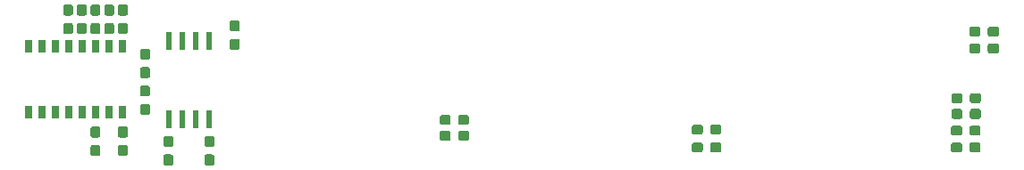
<source format=gbr>
G04 #@! TF.GenerationSoftware,KiCad,Pcbnew,(5.0.2)-1*
G04 #@! TF.CreationDate,2020-04-01T19:09:17+09:00*
G04 #@! TF.ProjectId,eckeyboard,65636b65-7962-46f6-9172-642e6b696361,rev?*
G04 #@! TF.SameCoordinates,Original*
G04 #@! TF.FileFunction,Paste,Bot*
G04 #@! TF.FilePolarity,Positive*
%FSLAX46Y46*%
G04 Gerber Fmt 4.6, Leading zero omitted, Abs format (unit mm)*
G04 Created by KiCad (PCBNEW (5.0.2)-1) date 2020/04/01 19:09:17*
%MOMM*%
%LPD*%
G01*
G04 APERTURE LIST*
%ADD10R,0.800000X1.300000*%
%ADD11R,0.550000X1.750000*%
%ADD12C,0.100000*%
%ADD13C,0.950000*%
G04 APERTURE END LIST*
D10*
G04 #@! TO.C,U1*
X53464677Y-128459650D03*
X52184677Y-128459650D03*
X50924677Y-128459650D03*
X49654677Y-128459650D03*
X48374677Y-128459650D03*
X47104677Y-128459650D03*
X45844677Y-128459650D03*
X44564677Y-128459650D03*
X44564677Y-122159650D03*
X45844677Y-122159650D03*
X47104677Y-122159650D03*
X48374677Y-122159650D03*
X49654677Y-122159650D03*
X50924677Y-122159650D03*
X52184677Y-122159650D03*
X53464677Y-122159650D03*
G04 #@! TD*
D11*
G04 #@! TO.C,U2*
X61639514Y-129092137D03*
X60369514Y-129092137D03*
X59099514Y-129092137D03*
X57829514Y-129092137D03*
X57829514Y-121692137D03*
X59099514Y-121692137D03*
X60369514Y-121692137D03*
X61639514Y-121692137D03*
G04 #@! TD*
D12*
G04 #@! TO.C,C1*
G36*
X55860779Y-124151144D02*
X55883834Y-124154563D01*
X55906443Y-124160227D01*
X55928387Y-124168079D01*
X55949457Y-124178044D01*
X55969448Y-124190026D01*
X55988168Y-124203910D01*
X56005438Y-124219562D01*
X56021090Y-124236832D01*
X56034974Y-124255552D01*
X56046956Y-124275543D01*
X56056921Y-124296613D01*
X56064773Y-124318557D01*
X56070437Y-124341166D01*
X56073856Y-124364221D01*
X56075000Y-124387500D01*
X56075000Y-124962500D01*
X56073856Y-124985779D01*
X56070437Y-125008834D01*
X56064773Y-125031443D01*
X56056921Y-125053387D01*
X56046956Y-125074457D01*
X56034974Y-125094448D01*
X56021090Y-125113168D01*
X56005438Y-125130438D01*
X55988168Y-125146090D01*
X55969448Y-125159974D01*
X55949457Y-125171956D01*
X55928387Y-125181921D01*
X55906443Y-125189773D01*
X55883834Y-125195437D01*
X55860779Y-125198856D01*
X55837500Y-125200000D01*
X55362500Y-125200000D01*
X55339221Y-125198856D01*
X55316166Y-125195437D01*
X55293557Y-125189773D01*
X55271613Y-125181921D01*
X55250543Y-125171956D01*
X55230552Y-125159974D01*
X55211832Y-125146090D01*
X55194562Y-125130438D01*
X55178910Y-125113168D01*
X55165026Y-125094448D01*
X55153044Y-125074457D01*
X55143079Y-125053387D01*
X55135227Y-125031443D01*
X55129563Y-125008834D01*
X55126144Y-124985779D01*
X55125000Y-124962500D01*
X55125000Y-124387500D01*
X55126144Y-124364221D01*
X55129563Y-124341166D01*
X55135227Y-124318557D01*
X55143079Y-124296613D01*
X55153044Y-124275543D01*
X55165026Y-124255552D01*
X55178910Y-124236832D01*
X55194562Y-124219562D01*
X55211832Y-124203910D01*
X55230552Y-124190026D01*
X55250543Y-124178044D01*
X55271613Y-124168079D01*
X55293557Y-124160227D01*
X55316166Y-124154563D01*
X55339221Y-124151144D01*
X55362500Y-124150000D01*
X55837500Y-124150000D01*
X55860779Y-124151144D01*
X55860779Y-124151144D01*
G37*
D13*
X55600000Y-124675000D03*
D12*
G36*
X55860779Y-122401144D02*
X55883834Y-122404563D01*
X55906443Y-122410227D01*
X55928387Y-122418079D01*
X55949457Y-122428044D01*
X55969448Y-122440026D01*
X55988168Y-122453910D01*
X56005438Y-122469562D01*
X56021090Y-122486832D01*
X56034974Y-122505552D01*
X56046956Y-122525543D01*
X56056921Y-122546613D01*
X56064773Y-122568557D01*
X56070437Y-122591166D01*
X56073856Y-122614221D01*
X56075000Y-122637500D01*
X56075000Y-123212500D01*
X56073856Y-123235779D01*
X56070437Y-123258834D01*
X56064773Y-123281443D01*
X56056921Y-123303387D01*
X56046956Y-123324457D01*
X56034974Y-123344448D01*
X56021090Y-123363168D01*
X56005438Y-123380438D01*
X55988168Y-123396090D01*
X55969448Y-123409974D01*
X55949457Y-123421956D01*
X55928387Y-123431921D01*
X55906443Y-123439773D01*
X55883834Y-123445437D01*
X55860779Y-123448856D01*
X55837500Y-123450000D01*
X55362500Y-123450000D01*
X55339221Y-123448856D01*
X55316166Y-123445437D01*
X55293557Y-123439773D01*
X55271613Y-123431921D01*
X55250543Y-123421956D01*
X55230552Y-123409974D01*
X55211832Y-123396090D01*
X55194562Y-123380438D01*
X55178910Y-123363168D01*
X55165026Y-123344448D01*
X55153044Y-123324457D01*
X55143079Y-123303387D01*
X55135227Y-123281443D01*
X55129563Y-123258834D01*
X55126144Y-123235779D01*
X55125000Y-123212500D01*
X55125000Y-122637500D01*
X55126144Y-122614221D01*
X55129563Y-122591166D01*
X55135227Y-122568557D01*
X55143079Y-122546613D01*
X55153044Y-122525543D01*
X55165026Y-122505552D01*
X55178910Y-122486832D01*
X55194562Y-122469562D01*
X55211832Y-122453910D01*
X55230552Y-122440026D01*
X55250543Y-122428044D01*
X55271613Y-122418079D01*
X55293557Y-122410227D01*
X55316166Y-122404563D01*
X55339221Y-122401144D01*
X55362500Y-122400000D01*
X55837500Y-122400000D01*
X55860779Y-122401144D01*
X55860779Y-122401144D01*
G37*
D13*
X55600000Y-122925000D03*
G04 #@! TD*
D12*
G04 #@! TO.C,C2*
G36*
X86101190Y-128710733D02*
X86124245Y-128714152D01*
X86146854Y-128719816D01*
X86168798Y-128727668D01*
X86189868Y-128737633D01*
X86209859Y-128749615D01*
X86228579Y-128763499D01*
X86245849Y-128779151D01*
X86261501Y-128796421D01*
X86275385Y-128815141D01*
X86287367Y-128835132D01*
X86297332Y-128856202D01*
X86305184Y-128878146D01*
X86310848Y-128900755D01*
X86314267Y-128923810D01*
X86315411Y-128947089D01*
X86315411Y-129422089D01*
X86314267Y-129445368D01*
X86310848Y-129468423D01*
X86305184Y-129491032D01*
X86297332Y-129512976D01*
X86287367Y-129534046D01*
X86275385Y-129554037D01*
X86261501Y-129572757D01*
X86245849Y-129590027D01*
X86228579Y-129605679D01*
X86209859Y-129619563D01*
X86189868Y-129631545D01*
X86168798Y-129641510D01*
X86146854Y-129649362D01*
X86124245Y-129655026D01*
X86101190Y-129658445D01*
X86077911Y-129659589D01*
X85502911Y-129659589D01*
X85479632Y-129658445D01*
X85456577Y-129655026D01*
X85433968Y-129649362D01*
X85412024Y-129641510D01*
X85390954Y-129631545D01*
X85370963Y-129619563D01*
X85352243Y-129605679D01*
X85334973Y-129590027D01*
X85319321Y-129572757D01*
X85305437Y-129554037D01*
X85293455Y-129534046D01*
X85283490Y-129512976D01*
X85275638Y-129491032D01*
X85269974Y-129468423D01*
X85266555Y-129445368D01*
X85265411Y-129422089D01*
X85265411Y-128947089D01*
X85266555Y-128923810D01*
X85269974Y-128900755D01*
X85275638Y-128878146D01*
X85283490Y-128856202D01*
X85293455Y-128835132D01*
X85305437Y-128815141D01*
X85319321Y-128796421D01*
X85334973Y-128779151D01*
X85352243Y-128763499D01*
X85370963Y-128749615D01*
X85390954Y-128737633D01*
X85412024Y-128727668D01*
X85433968Y-128719816D01*
X85456577Y-128714152D01*
X85479632Y-128710733D01*
X85502911Y-128709589D01*
X86077911Y-128709589D01*
X86101190Y-128710733D01*
X86101190Y-128710733D01*
G37*
D13*
X85790411Y-129184589D03*
D12*
G36*
X84351190Y-128710733D02*
X84374245Y-128714152D01*
X84396854Y-128719816D01*
X84418798Y-128727668D01*
X84439868Y-128737633D01*
X84459859Y-128749615D01*
X84478579Y-128763499D01*
X84495849Y-128779151D01*
X84511501Y-128796421D01*
X84525385Y-128815141D01*
X84537367Y-128835132D01*
X84547332Y-128856202D01*
X84555184Y-128878146D01*
X84560848Y-128900755D01*
X84564267Y-128923810D01*
X84565411Y-128947089D01*
X84565411Y-129422089D01*
X84564267Y-129445368D01*
X84560848Y-129468423D01*
X84555184Y-129491032D01*
X84547332Y-129512976D01*
X84537367Y-129534046D01*
X84525385Y-129554037D01*
X84511501Y-129572757D01*
X84495849Y-129590027D01*
X84478579Y-129605679D01*
X84459859Y-129619563D01*
X84439868Y-129631545D01*
X84418798Y-129641510D01*
X84396854Y-129649362D01*
X84374245Y-129655026D01*
X84351190Y-129658445D01*
X84327911Y-129659589D01*
X83752911Y-129659589D01*
X83729632Y-129658445D01*
X83706577Y-129655026D01*
X83683968Y-129649362D01*
X83662024Y-129641510D01*
X83640954Y-129631545D01*
X83620963Y-129619563D01*
X83602243Y-129605679D01*
X83584973Y-129590027D01*
X83569321Y-129572757D01*
X83555437Y-129554037D01*
X83543455Y-129534046D01*
X83533490Y-129512976D01*
X83525638Y-129491032D01*
X83519974Y-129468423D01*
X83516555Y-129445368D01*
X83515411Y-129422089D01*
X83515411Y-128947089D01*
X83516555Y-128923810D01*
X83519974Y-128900755D01*
X83525638Y-128878146D01*
X83533490Y-128856202D01*
X83543455Y-128835132D01*
X83555437Y-128815141D01*
X83569321Y-128796421D01*
X83584973Y-128779151D01*
X83602243Y-128763499D01*
X83620963Y-128749615D01*
X83640954Y-128737633D01*
X83662024Y-128727668D01*
X83683968Y-128719816D01*
X83706577Y-128714152D01*
X83729632Y-128710733D01*
X83752911Y-128709589D01*
X84327911Y-128709589D01*
X84351190Y-128710733D01*
X84351190Y-128710733D01*
G37*
D13*
X84040411Y-129184589D03*
G04 #@! TD*
D12*
G04 #@! TO.C,C3*
G36*
X108235779Y-131326144D02*
X108258834Y-131329563D01*
X108281443Y-131335227D01*
X108303387Y-131343079D01*
X108324457Y-131353044D01*
X108344448Y-131365026D01*
X108363168Y-131378910D01*
X108380438Y-131394562D01*
X108396090Y-131411832D01*
X108409974Y-131430552D01*
X108421956Y-131450543D01*
X108431921Y-131471613D01*
X108439773Y-131493557D01*
X108445437Y-131516166D01*
X108448856Y-131539221D01*
X108450000Y-131562500D01*
X108450000Y-132037500D01*
X108448856Y-132060779D01*
X108445437Y-132083834D01*
X108439773Y-132106443D01*
X108431921Y-132128387D01*
X108421956Y-132149457D01*
X108409974Y-132169448D01*
X108396090Y-132188168D01*
X108380438Y-132205438D01*
X108363168Y-132221090D01*
X108344448Y-132234974D01*
X108324457Y-132246956D01*
X108303387Y-132256921D01*
X108281443Y-132264773D01*
X108258834Y-132270437D01*
X108235779Y-132273856D01*
X108212500Y-132275000D01*
X107637500Y-132275000D01*
X107614221Y-132273856D01*
X107591166Y-132270437D01*
X107568557Y-132264773D01*
X107546613Y-132256921D01*
X107525543Y-132246956D01*
X107505552Y-132234974D01*
X107486832Y-132221090D01*
X107469562Y-132205438D01*
X107453910Y-132188168D01*
X107440026Y-132169448D01*
X107428044Y-132149457D01*
X107418079Y-132128387D01*
X107410227Y-132106443D01*
X107404563Y-132083834D01*
X107401144Y-132060779D01*
X107400000Y-132037500D01*
X107400000Y-131562500D01*
X107401144Y-131539221D01*
X107404563Y-131516166D01*
X107410227Y-131493557D01*
X107418079Y-131471613D01*
X107428044Y-131450543D01*
X107440026Y-131430552D01*
X107453910Y-131411832D01*
X107469562Y-131394562D01*
X107486832Y-131378910D01*
X107505552Y-131365026D01*
X107525543Y-131353044D01*
X107546613Y-131343079D01*
X107568557Y-131335227D01*
X107591166Y-131329563D01*
X107614221Y-131326144D01*
X107637500Y-131325000D01*
X108212500Y-131325000D01*
X108235779Y-131326144D01*
X108235779Y-131326144D01*
G37*
D13*
X107925000Y-131800000D03*
D12*
G36*
X109985779Y-131326144D02*
X110008834Y-131329563D01*
X110031443Y-131335227D01*
X110053387Y-131343079D01*
X110074457Y-131353044D01*
X110094448Y-131365026D01*
X110113168Y-131378910D01*
X110130438Y-131394562D01*
X110146090Y-131411832D01*
X110159974Y-131430552D01*
X110171956Y-131450543D01*
X110181921Y-131471613D01*
X110189773Y-131493557D01*
X110195437Y-131516166D01*
X110198856Y-131539221D01*
X110200000Y-131562500D01*
X110200000Y-132037500D01*
X110198856Y-132060779D01*
X110195437Y-132083834D01*
X110189773Y-132106443D01*
X110181921Y-132128387D01*
X110171956Y-132149457D01*
X110159974Y-132169448D01*
X110146090Y-132188168D01*
X110130438Y-132205438D01*
X110113168Y-132221090D01*
X110094448Y-132234974D01*
X110074457Y-132246956D01*
X110053387Y-132256921D01*
X110031443Y-132264773D01*
X110008834Y-132270437D01*
X109985779Y-132273856D01*
X109962500Y-132275000D01*
X109387500Y-132275000D01*
X109364221Y-132273856D01*
X109341166Y-132270437D01*
X109318557Y-132264773D01*
X109296613Y-132256921D01*
X109275543Y-132246956D01*
X109255552Y-132234974D01*
X109236832Y-132221090D01*
X109219562Y-132205438D01*
X109203910Y-132188168D01*
X109190026Y-132169448D01*
X109178044Y-132149457D01*
X109168079Y-132128387D01*
X109160227Y-132106443D01*
X109154563Y-132083834D01*
X109151144Y-132060779D01*
X109150000Y-132037500D01*
X109150000Y-131562500D01*
X109151144Y-131539221D01*
X109154563Y-131516166D01*
X109160227Y-131493557D01*
X109168079Y-131471613D01*
X109178044Y-131450543D01*
X109190026Y-131430552D01*
X109203910Y-131411832D01*
X109219562Y-131394562D01*
X109236832Y-131378910D01*
X109255552Y-131365026D01*
X109275543Y-131353044D01*
X109296613Y-131343079D01*
X109318557Y-131335227D01*
X109341166Y-131329563D01*
X109364221Y-131326144D01*
X109387500Y-131325000D01*
X109962500Y-131325000D01*
X109985779Y-131326144D01*
X109985779Y-131326144D01*
G37*
D13*
X109675000Y-131800000D03*
G04 #@! TD*
D12*
G04 #@! TO.C,C5*
G36*
X136285779Y-121902227D02*
X136308834Y-121905646D01*
X136331443Y-121911310D01*
X136353387Y-121919162D01*
X136374457Y-121929127D01*
X136394448Y-121941109D01*
X136413168Y-121954993D01*
X136430438Y-121970645D01*
X136446090Y-121987915D01*
X136459974Y-122006635D01*
X136471956Y-122026626D01*
X136481921Y-122047696D01*
X136489773Y-122069640D01*
X136495437Y-122092249D01*
X136498856Y-122115304D01*
X136500000Y-122138583D01*
X136500000Y-122613583D01*
X136498856Y-122636862D01*
X136495437Y-122659917D01*
X136489773Y-122682526D01*
X136481921Y-122704470D01*
X136471956Y-122725540D01*
X136459974Y-122745531D01*
X136446090Y-122764251D01*
X136430438Y-122781521D01*
X136413168Y-122797173D01*
X136394448Y-122811057D01*
X136374457Y-122823039D01*
X136353387Y-122833004D01*
X136331443Y-122840856D01*
X136308834Y-122846520D01*
X136285779Y-122849939D01*
X136262500Y-122851083D01*
X135687500Y-122851083D01*
X135664221Y-122849939D01*
X135641166Y-122846520D01*
X135618557Y-122840856D01*
X135596613Y-122833004D01*
X135575543Y-122823039D01*
X135555552Y-122811057D01*
X135536832Y-122797173D01*
X135519562Y-122781521D01*
X135503910Y-122764251D01*
X135490026Y-122745531D01*
X135478044Y-122725540D01*
X135468079Y-122704470D01*
X135460227Y-122682526D01*
X135454563Y-122659917D01*
X135451144Y-122636862D01*
X135450000Y-122613583D01*
X135450000Y-122138583D01*
X135451144Y-122115304D01*
X135454563Y-122092249D01*
X135460227Y-122069640D01*
X135468079Y-122047696D01*
X135478044Y-122026626D01*
X135490026Y-122006635D01*
X135503910Y-121987915D01*
X135519562Y-121970645D01*
X135536832Y-121954993D01*
X135555552Y-121941109D01*
X135575543Y-121929127D01*
X135596613Y-121919162D01*
X135618557Y-121911310D01*
X135641166Y-121905646D01*
X135664221Y-121902227D01*
X135687500Y-121901083D01*
X136262500Y-121901083D01*
X136285779Y-121902227D01*
X136285779Y-121902227D01*
G37*
D13*
X135975000Y-122376083D03*
D12*
G36*
X134535779Y-121902227D02*
X134558834Y-121905646D01*
X134581443Y-121911310D01*
X134603387Y-121919162D01*
X134624457Y-121929127D01*
X134644448Y-121941109D01*
X134663168Y-121954993D01*
X134680438Y-121970645D01*
X134696090Y-121987915D01*
X134709974Y-122006635D01*
X134721956Y-122026626D01*
X134731921Y-122047696D01*
X134739773Y-122069640D01*
X134745437Y-122092249D01*
X134748856Y-122115304D01*
X134750000Y-122138583D01*
X134750000Y-122613583D01*
X134748856Y-122636862D01*
X134745437Y-122659917D01*
X134739773Y-122682526D01*
X134731921Y-122704470D01*
X134721956Y-122725540D01*
X134709974Y-122745531D01*
X134696090Y-122764251D01*
X134680438Y-122781521D01*
X134663168Y-122797173D01*
X134644448Y-122811057D01*
X134624457Y-122823039D01*
X134603387Y-122833004D01*
X134581443Y-122840856D01*
X134558834Y-122846520D01*
X134535779Y-122849939D01*
X134512500Y-122851083D01*
X133937500Y-122851083D01*
X133914221Y-122849939D01*
X133891166Y-122846520D01*
X133868557Y-122840856D01*
X133846613Y-122833004D01*
X133825543Y-122823039D01*
X133805552Y-122811057D01*
X133786832Y-122797173D01*
X133769562Y-122781521D01*
X133753910Y-122764251D01*
X133740026Y-122745531D01*
X133728044Y-122725540D01*
X133718079Y-122704470D01*
X133710227Y-122682526D01*
X133704563Y-122659917D01*
X133701144Y-122636862D01*
X133700000Y-122613583D01*
X133700000Y-122138583D01*
X133701144Y-122115304D01*
X133704563Y-122092249D01*
X133710227Y-122069640D01*
X133718079Y-122047696D01*
X133728044Y-122026626D01*
X133740026Y-122006635D01*
X133753910Y-121987915D01*
X133769562Y-121970645D01*
X133786832Y-121954993D01*
X133805552Y-121941109D01*
X133825543Y-121929127D01*
X133846613Y-121919162D01*
X133868557Y-121911310D01*
X133891166Y-121905646D01*
X133914221Y-121902227D01*
X133937500Y-121901083D01*
X134512500Y-121901083D01*
X134535779Y-121902227D01*
X134535779Y-121902227D01*
G37*
D13*
X134225000Y-122376083D03*
G04 #@! TD*
D12*
G04 #@! TO.C,C6*
G36*
X134585779Y-126626144D02*
X134608834Y-126629563D01*
X134631443Y-126635227D01*
X134653387Y-126643079D01*
X134674457Y-126653044D01*
X134694448Y-126665026D01*
X134713168Y-126678910D01*
X134730438Y-126694562D01*
X134746090Y-126711832D01*
X134759974Y-126730552D01*
X134771956Y-126750543D01*
X134781921Y-126771613D01*
X134789773Y-126793557D01*
X134795437Y-126816166D01*
X134798856Y-126839221D01*
X134800000Y-126862500D01*
X134800000Y-127337500D01*
X134798856Y-127360779D01*
X134795437Y-127383834D01*
X134789773Y-127406443D01*
X134781921Y-127428387D01*
X134771956Y-127449457D01*
X134759974Y-127469448D01*
X134746090Y-127488168D01*
X134730438Y-127505438D01*
X134713168Y-127521090D01*
X134694448Y-127534974D01*
X134674457Y-127546956D01*
X134653387Y-127556921D01*
X134631443Y-127564773D01*
X134608834Y-127570437D01*
X134585779Y-127573856D01*
X134562500Y-127575000D01*
X133987500Y-127575000D01*
X133964221Y-127573856D01*
X133941166Y-127570437D01*
X133918557Y-127564773D01*
X133896613Y-127556921D01*
X133875543Y-127546956D01*
X133855552Y-127534974D01*
X133836832Y-127521090D01*
X133819562Y-127505438D01*
X133803910Y-127488168D01*
X133790026Y-127469448D01*
X133778044Y-127449457D01*
X133768079Y-127428387D01*
X133760227Y-127406443D01*
X133754563Y-127383834D01*
X133751144Y-127360779D01*
X133750000Y-127337500D01*
X133750000Y-126862500D01*
X133751144Y-126839221D01*
X133754563Y-126816166D01*
X133760227Y-126793557D01*
X133768079Y-126771613D01*
X133778044Y-126750543D01*
X133790026Y-126730552D01*
X133803910Y-126711832D01*
X133819562Y-126694562D01*
X133836832Y-126678910D01*
X133855552Y-126665026D01*
X133875543Y-126653044D01*
X133896613Y-126643079D01*
X133918557Y-126635227D01*
X133941166Y-126629563D01*
X133964221Y-126626144D01*
X133987500Y-126625000D01*
X134562500Y-126625000D01*
X134585779Y-126626144D01*
X134585779Y-126626144D01*
G37*
D13*
X134275000Y-127100000D03*
D12*
G36*
X132835779Y-126626144D02*
X132858834Y-126629563D01*
X132881443Y-126635227D01*
X132903387Y-126643079D01*
X132924457Y-126653044D01*
X132944448Y-126665026D01*
X132963168Y-126678910D01*
X132980438Y-126694562D01*
X132996090Y-126711832D01*
X133009974Y-126730552D01*
X133021956Y-126750543D01*
X133031921Y-126771613D01*
X133039773Y-126793557D01*
X133045437Y-126816166D01*
X133048856Y-126839221D01*
X133050000Y-126862500D01*
X133050000Y-127337500D01*
X133048856Y-127360779D01*
X133045437Y-127383834D01*
X133039773Y-127406443D01*
X133031921Y-127428387D01*
X133021956Y-127449457D01*
X133009974Y-127469448D01*
X132996090Y-127488168D01*
X132980438Y-127505438D01*
X132963168Y-127521090D01*
X132944448Y-127534974D01*
X132924457Y-127546956D01*
X132903387Y-127556921D01*
X132881443Y-127564773D01*
X132858834Y-127570437D01*
X132835779Y-127573856D01*
X132812500Y-127575000D01*
X132237500Y-127575000D01*
X132214221Y-127573856D01*
X132191166Y-127570437D01*
X132168557Y-127564773D01*
X132146613Y-127556921D01*
X132125543Y-127546956D01*
X132105552Y-127534974D01*
X132086832Y-127521090D01*
X132069562Y-127505438D01*
X132053910Y-127488168D01*
X132040026Y-127469448D01*
X132028044Y-127449457D01*
X132018079Y-127428387D01*
X132010227Y-127406443D01*
X132004563Y-127383834D01*
X132001144Y-127360779D01*
X132000000Y-127337500D01*
X132000000Y-126862500D01*
X132001144Y-126839221D01*
X132004563Y-126816166D01*
X132010227Y-126793557D01*
X132018079Y-126771613D01*
X132028044Y-126750543D01*
X132040026Y-126730552D01*
X132053910Y-126711832D01*
X132069562Y-126694562D01*
X132086832Y-126678910D01*
X132105552Y-126665026D01*
X132125543Y-126653044D01*
X132146613Y-126643079D01*
X132168557Y-126635227D01*
X132191166Y-126629563D01*
X132214221Y-126626144D01*
X132237500Y-126625000D01*
X132812500Y-126625000D01*
X132835779Y-126626144D01*
X132835779Y-126626144D01*
G37*
D13*
X132525000Y-127100000D03*
G04 #@! TD*
D12*
G04 #@! TO.C,C7*
G36*
X132798182Y-129723693D02*
X132821237Y-129727112D01*
X132843846Y-129732776D01*
X132865790Y-129740628D01*
X132886860Y-129750593D01*
X132906851Y-129762575D01*
X132925571Y-129776459D01*
X132942841Y-129792111D01*
X132958493Y-129809381D01*
X132972377Y-129828101D01*
X132984359Y-129848092D01*
X132994324Y-129869162D01*
X133002176Y-129891106D01*
X133007840Y-129913715D01*
X133011259Y-129936770D01*
X133012403Y-129960049D01*
X133012403Y-130435049D01*
X133011259Y-130458328D01*
X133007840Y-130481383D01*
X133002176Y-130503992D01*
X132994324Y-130525936D01*
X132984359Y-130547006D01*
X132972377Y-130566997D01*
X132958493Y-130585717D01*
X132942841Y-130602987D01*
X132925571Y-130618639D01*
X132906851Y-130632523D01*
X132886860Y-130644505D01*
X132865790Y-130654470D01*
X132843846Y-130662322D01*
X132821237Y-130667986D01*
X132798182Y-130671405D01*
X132774903Y-130672549D01*
X132199903Y-130672549D01*
X132176624Y-130671405D01*
X132153569Y-130667986D01*
X132130960Y-130662322D01*
X132109016Y-130654470D01*
X132087946Y-130644505D01*
X132067955Y-130632523D01*
X132049235Y-130618639D01*
X132031965Y-130602987D01*
X132016313Y-130585717D01*
X132002429Y-130566997D01*
X131990447Y-130547006D01*
X131980482Y-130525936D01*
X131972630Y-130503992D01*
X131966966Y-130481383D01*
X131963547Y-130458328D01*
X131962403Y-130435049D01*
X131962403Y-129960049D01*
X131963547Y-129936770D01*
X131966966Y-129913715D01*
X131972630Y-129891106D01*
X131980482Y-129869162D01*
X131990447Y-129848092D01*
X132002429Y-129828101D01*
X132016313Y-129809381D01*
X132031965Y-129792111D01*
X132049235Y-129776459D01*
X132067955Y-129762575D01*
X132087946Y-129750593D01*
X132109016Y-129740628D01*
X132130960Y-129732776D01*
X132153569Y-129727112D01*
X132176624Y-129723693D01*
X132199903Y-129722549D01*
X132774903Y-129722549D01*
X132798182Y-129723693D01*
X132798182Y-129723693D01*
G37*
D13*
X132487403Y-130197549D03*
D12*
G36*
X134548182Y-129723693D02*
X134571237Y-129727112D01*
X134593846Y-129732776D01*
X134615790Y-129740628D01*
X134636860Y-129750593D01*
X134656851Y-129762575D01*
X134675571Y-129776459D01*
X134692841Y-129792111D01*
X134708493Y-129809381D01*
X134722377Y-129828101D01*
X134734359Y-129848092D01*
X134744324Y-129869162D01*
X134752176Y-129891106D01*
X134757840Y-129913715D01*
X134761259Y-129936770D01*
X134762403Y-129960049D01*
X134762403Y-130435049D01*
X134761259Y-130458328D01*
X134757840Y-130481383D01*
X134752176Y-130503992D01*
X134744324Y-130525936D01*
X134734359Y-130547006D01*
X134722377Y-130566997D01*
X134708493Y-130585717D01*
X134692841Y-130602987D01*
X134675571Y-130618639D01*
X134656851Y-130632523D01*
X134636860Y-130644505D01*
X134615790Y-130654470D01*
X134593846Y-130662322D01*
X134571237Y-130667986D01*
X134548182Y-130671405D01*
X134524903Y-130672549D01*
X133949903Y-130672549D01*
X133926624Y-130671405D01*
X133903569Y-130667986D01*
X133880960Y-130662322D01*
X133859016Y-130654470D01*
X133837946Y-130644505D01*
X133817955Y-130632523D01*
X133799235Y-130618639D01*
X133781965Y-130602987D01*
X133766313Y-130585717D01*
X133752429Y-130566997D01*
X133740447Y-130547006D01*
X133730482Y-130525936D01*
X133722630Y-130503992D01*
X133716966Y-130481383D01*
X133713547Y-130458328D01*
X133712403Y-130435049D01*
X133712403Y-129960049D01*
X133713547Y-129936770D01*
X133716966Y-129913715D01*
X133722630Y-129891106D01*
X133730482Y-129869162D01*
X133740447Y-129848092D01*
X133752429Y-129828101D01*
X133766313Y-129809381D01*
X133781965Y-129792111D01*
X133799235Y-129776459D01*
X133817955Y-129762575D01*
X133837946Y-129750593D01*
X133859016Y-129740628D01*
X133880960Y-129732776D01*
X133903569Y-129727112D01*
X133926624Y-129723693D01*
X133949903Y-129722549D01*
X134524903Y-129722549D01*
X134548182Y-129723693D01*
X134548182Y-129723693D01*
G37*
D13*
X134237403Y-130197549D03*
G04 #@! TD*
D12*
G04 #@! TO.C,C17*
G36*
X53760779Y-119951144D02*
X53783834Y-119954563D01*
X53806443Y-119960227D01*
X53828387Y-119968079D01*
X53849457Y-119978044D01*
X53869448Y-119990026D01*
X53888168Y-120003910D01*
X53905438Y-120019562D01*
X53921090Y-120036832D01*
X53934974Y-120055552D01*
X53946956Y-120075543D01*
X53956921Y-120096613D01*
X53964773Y-120118557D01*
X53970437Y-120141166D01*
X53973856Y-120164221D01*
X53975000Y-120187500D01*
X53975000Y-120762500D01*
X53973856Y-120785779D01*
X53970437Y-120808834D01*
X53964773Y-120831443D01*
X53956921Y-120853387D01*
X53946956Y-120874457D01*
X53934974Y-120894448D01*
X53921090Y-120913168D01*
X53905438Y-120930438D01*
X53888168Y-120946090D01*
X53869448Y-120959974D01*
X53849457Y-120971956D01*
X53828387Y-120981921D01*
X53806443Y-120989773D01*
X53783834Y-120995437D01*
X53760779Y-120998856D01*
X53737500Y-121000000D01*
X53262500Y-121000000D01*
X53239221Y-120998856D01*
X53216166Y-120995437D01*
X53193557Y-120989773D01*
X53171613Y-120981921D01*
X53150543Y-120971956D01*
X53130552Y-120959974D01*
X53111832Y-120946090D01*
X53094562Y-120930438D01*
X53078910Y-120913168D01*
X53065026Y-120894448D01*
X53053044Y-120874457D01*
X53043079Y-120853387D01*
X53035227Y-120831443D01*
X53029563Y-120808834D01*
X53026144Y-120785779D01*
X53025000Y-120762500D01*
X53025000Y-120187500D01*
X53026144Y-120164221D01*
X53029563Y-120141166D01*
X53035227Y-120118557D01*
X53043079Y-120096613D01*
X53053044Y-120075543D01*
X53065026Y-120055552D01*
X53078910Y-120036832D01*
X53094562Y-120019562D01*
X53111832Y-120003910D01*
X53130552Y-119990026D01*
X53150543Y-119978044D01*
X53171613Y-119968079D01*
X53193557Y-119960227D01*
X53216166Y-119954563D01*
X53239221Y-119951144D01*
X53262500Y-119950000D01*
X53737500Y-119950000D01*
X53760779Y-119951144D01*
X53760779Y-119951144D01*
G37*
D13*
X53500000Y-120475000D03*
D12*
G36*
X53760779Y-118201144D02*
X53783834Y-118204563D01*
X53806443Y-118210227D01*
X53828387Y-118218079D01*
X53849457Y-118228044D01*
X53869448Y-118240026D01*
X53888168Y-118253910D01*
X53905438Y-118269562D01*
X53921090Y-118286832D01*
X53934974Y-118305552D01*
X53946956Y-118325543D01*
X53956921Y-118346613D01*
X53964773Y-118368557D01*
X53970437Y-118391166D01*
X53973856Y-118414221D01*
X53975000Y-118437500D01*
X53975000Y-119012500D01*
X53973856Y-119035779D01*
X53970437Y-119058834D01*
X53964773Y-119081443D01*
X53956921Y-119103387D01*
X53946956Y-119124457D01*
X53934974Y-119144448D01*
X53921090Y-119163168D01*
X53905438Y-119180438D01*
X53888168Y-119196090D01*
X53869448Y-119209974D01*
X53849457Y-119221956D01*
X53828387Y-119231921D01*
X53806443Y-119239773D01*
X53783834Y-119245437D01*
X53760779Y-119248856D01*
X53737500Y-119250000D01*
X53262500Y-119250000D01*
X53239221Y-119248856D01*
X53216166Y-119245437D01*
X53193557Y-119239773D01*
X53171613Y-119231921D01*
X53150543Y-119221956D01*
X53130552Y-119209974D01*
X53111832Y-119196090D01*
X53094562Y-119180438D01*
X53078910Y-119163168D01*
X53065026Y-119144448D01*
X53053044Y-119124457D01*
X53043079Y-119103387D01*
X53035227Y-119081443D01*
X53029563Y-119058834D01*
X53026144Y-119035779D01*
X53025000Y-119012500D01*
X53025000Y-118437500D01*
X53026144Y-118414221D01*
X53029563Y-118391166D01*
X53035227Y-118368557D01*
X53043079Y-118346613D01*
X53053044Y-118325543D01*
X53065026Y-118305552D01*
X53078910Y-118286832D01*
X53094562Y-118269562D01*
X53111832Y-118253910D01*
X53130552Y-118240026D01*
X53150543Y-118228044D01*
X53171613Y-118218079D01*
X53193557Y-118210227D01*
X53216166Y-118204563D01*
X53239221Y-118201144D01*
X53262500Y-118200000D01*
X53737500Y-118200000D01*
X53760779Y-118201144D01*
X53760779Y-118201144D01*
G37*
D13*
X53500000Y-118725000D03*
G04 #@! TD*
D12*
G04 #@! TO.C,C18*
G36*
X64360779Y-119701144D02*
X64383834Y-119704563D01*
X64406443Y-119710227D01*
X64428387Y-119718079D01*
X64449457Y-119728044D01*
X64469448Y-119740026D01*
X64488168Y-119753910D01*
X64505438Y-119769562D01*
X64521090Y-119786832D01*
X64534974Y-119805552D01*
X64546956Y-119825543D01*
X64556921Y-119846613D01*
X64564773Y-119868557D01*
X64570437Y-119891166D01*
X64573856Y-119914221D01*
X64575000Y-119937500D01*
X64575000Y-120512500D01*
X64573856Y-120535779D01*
X64570437Y-120558834D01*
X64564773Y-120581443D01*
X64556921Y-120603387D01*
X64546956Y-120624457D01*
X64534974Y-120644448D01*
X64521090Y-120663168D01*
X64505438Y-120680438D01*
X64488168Y-120696090D01*
X64469448Y-120709974D01*
X64449457Y-120721956D01*
X64428387Y-120731921D01*
X64406443Y-120739773D01*
X64383834Y-120745437D01*
X64360779Y-120748856D01*
X64337500Y-120750000D01*
X63862500Y-120750000D01*
X63839221Y-120748856D01*
X63816166Y-120745437D01*
X63793557Y-120739773D01*
X63771613Y-120731921D01*
X63750543Y-120721956D01*
X63730552Y-120709974D01*
X63711832Y-120696090D01*
X63694562Y-120680438D01*
X63678910Y-120663168D01*
X63665026Y-120644448D01*
X63653044Y-120624457D01*
X63643079Y-120603387D01*
X63635227Y-120581443D01*
X63629563Y-120558834D01*
X63626144Y-120535779D01*
X63625000Y-120512500D01*
X63625000Y-119937500D01*
X63626144Y-119914221D01*
X63629563Y-119891166D01*
X63635227Y-119868557D01*
X63643079Y-119846613D01*
X63653044Y-119825543D01*
X63665026Y-119805552D01*
X63678910Y-119786832D01*
X63694562Y-119769562D01*
X63711832Y-119753910D01*
X63730552Y-119740026D01*
X63750543Y-119728044D01*
X63771613Y-119718079D01*
X63793557Y-119710227D01*
X63816166Y-119704563D01*
X63839221Y-119701144D01*
X63862500Y-119700000D01*
X64337500Y-119700000D01*
X64360779Y-119701144D01*
X64360779Y-119701144D01*
G37*
D13*
X64100000Y-120225000D03*
D12*
G36*
X64360779Y-121451144D02*
X64383834Y-121454563D01*
X64406443Y-121460227D01*
X64428387Y-121468079D01*
X64449457Y-121478044D01*
X64469448Y-121490026D01*
X64488168Y-121503910D01*
X64505438Y-121519562D01*
X64521090Y-121536832D01*
X64534974Y-121555552D01*
X64546956Y-121575543D01*
X64556921Y-121596613D01*
X64564773Y-121618557D01*
X64570437Y-121641166D01*
X64573856Y-121664221D01*
X64575000Y-121687500D01*
X64575000Y-122262500D01*
X64573856Y-122285779D01*
X64570437Y-122308834D01*
X64564773Y-122331443D01*
X64556921Y-122353387D01*
X64546956Y-122374457D01*
X64534974Y-122394448D01*
X64521090Y-122413168D01*
X64505438Y-122430438D01*
X64488168Y-122446090D01*
X64469448Y-122459974D01*
X64449457Y-122471956D01*
X64428387Y-122481921D01*
X64406443Y-122489773D01*
X64383834Y-122495437D01*
X64360779Y-122498856D01*
X64337500Y-122500000D01*
X63862500Y-122500000D01*
X63839221Y-122498856D01*
X63816166Y-122495437D01*
X63793557Y-122489773D01*
X63771613Y-122481921D01*
X63750543Y-122471956D01*
X63730552Y-122459974D01*
X63711832Y-122446090D01*
X63694562Y-122430438D01*
X63678910Y-122413168D01*
X63665026Y-122394448D01*
X63653044Y-122374457D01*
X63643079Y-122353387D01*
X63635227Y-122331443D01*
X63629563Y-122308834D01*
X63626144Y-122285779D01*
X63625000Y-122262500D01*
X63625000Y-121687500D01*
X63626144Y-121664221D01*
X63629563Y-121641166D01*
X63635227Y-121618557D01*
X63643079Y-121596613D01*
X63653044Y-121575543D01*
X63665026Y-121555552D01*
X63678910Y-121536832D01*
X63694562Y-121519562D01*
X63711832Y-121503910D01*
X63730552Y-121490026D01*
X63750543Y-121478044D01*
X63771613Y-121468079D01*
X63793557Y-121460227D01*
X63816166Y-121454563D01*
X63839221Y-121451144D01*
X63862500Y-121450000D01*
X64337500Y-121450000D01*
X64360779Y-121451144D01*
X64360779Y-121451144D01*
G37*
D13*
X64100000Y-121975000D03*
G04 #@! TD*
D12*
G04 #@! TO.C,R1*
G36*
X49860779Y-119951144D02*
X49883834Y-119954563D01*
X49906443Y-119960227D01*
X49928387Y-119968079D01*
X49949457Y-119978044D01*
X49969448Y-119990026D01*
X49988168Y-120003910D01*
X50005438Y-120019562D01*
X50021090Y-120036832D01*
X50034974Y-120055552D01*
X50046956Y-120075543D01*
X50056921Y-120096613D01*
X50064773Y-120118557D01*
X50070437Y-120141166D01*
X50073856Y-120164221D01*
X50075000Y-120187500D01*
X50075000Y-120762500D01*
X50073856Y-120785779D01*
X50070437Y-120808834D01*
X50064773Y-120831443D01*
X50056921Y-120853387D01*
X50046956Y-120874457D01*
X50034974Y-120894448D01*
X50021090Y-120913168D01*
X50005438Y-120930438D01*
X49988168Y-120946090D01*
X49969448Y-120959974D01*
X49949457Y-120971956D01*
X49928387Y-120981921D01*
X49906443Y-120989773D01*
X49883834Y-120995437D01*
X49860779Y-120998856D01*
X49837500Y-121000000D01*
X49362500Y-121000000D01*
X49339221Y-120998856D01*
X49316166Y-120995437D01*
X49293557Y-120989773D01*
X49271613Y-120981921D01*
X49250543Y-120971956D01*
X49230552Y-120959974D01*
X49211832Y-120946090D01*
X49194562Y-120930438D01*
X49178910Y-120913168D01*
X49165026Y-120894448D01*
X49153044Y-120874457D01*
X49143079Y-120853387D01*
X49135227Y-120831443D01*
X49129563Y-120808834D01*
X49126144Y-120785779D01*
X49125000Y-120762500D01*
X49125000Y-120187500D01*
X49126144Y-120164221D01*
X49129563Y-120141166D01*
X49135227Y-120118557D01*
X49143079Y-120096613D01*
X49153044Y-120075543D01*
X49165026Y-120055552D01*
X49178910Y-120036832D01*
X49194562Y-120019562D01*
X49211832Y-120003910D01*
X49230552Y-119990026D01*
X49250543Y-119978044D01*
X49271613Y-119968079D01*
X49293557Y-119960227D01*
X49316166Y-119954563D01*
X49339221Y-119951144D01*
X49362500Y-119950000D01*
X49837500Y-119950000D01*
X49860779Y-119951144D01*
X49860779Y-119951144D01*
G37*
D13*
X49600000Y-120475000D03*
D12*
G36*
X49860779Y-118201144D02*
X49883834Y-118204563D01*
X49906443Y-118210227D01*
X49928387Y-118218079D01*
X49949457Y-118228044D01*
X49969448Y-118240026D01*
X49988168Y-118253910D01*
X50005438Y-118269562D01*
X50021090Y-118286832D01*
X50034974Y-118305552D01*
X50046956Y-118325543D01*
X50056921Y-118346613D01*
X50064773Y-118368557D01*
X50070437Y-118391166D01*
X50073856Y-118414221D01*
X50075000Y-118437500D01*
X50075000Y-119012500D01*
X50073856Y-119035779D01*
X50070437Y-119058834D01*
X50064773Y-119081443D01*
X50056921Y-119103387D01*
X50046956Y-119124457D01*
X50034974Y-119144448D01*
X50021090Y-119163168D01*
X50005438Y-119180438D01*
X49988168Y-119196090D01*
X49969448Y-119209974D01*
X49949457Y-119221956D01*
X49928387Y-119231921D01*
X49906443Y-119239773D01*
X49883834Y-119245437D01*
X49860779Y-119248856D01*
X49837500Y-119250000D01*
X49362500Y-119250000D01*
X49339221Y-119248856D01*
X49316166Y-119245437D01*
X49293557Y-119239773D01*
X49271613Y-119231921D01*
X49250543Y-119221956D01*
X49230552Y-119209974D01*
X49211832Y-119196090D01*
X49194562Y-119180438D01*
X49178910Y-119163168D01*
X49165026Y-119144448D01*
X49153044Y-119124457D01*
X49143079Y-119103387D01*
X49135227Y-119081443D01*
X49129563Y-119058834D01*
X49126144Y-119035779D01*
X49125000Y-119012500D01*
X49125000Y-118437500D01*
X49126144Y-118414221D01*
X49129563Y-118391166D01*
X49135227Y-118368557D01*
X49143079Y-118346613D01*
X49153044Y-118325543D01*
X49165026Y-118305552D01*
X49178910Y-118286832D01*
X49194562Y-118269562D01*
X49211832Y-118253910D01*
X49230552Y-118240026D01*
X49250543Y-118228044D01*
X49271613Y-118218079D01*
X49293557Y-118210227D01*
X49316166Y-118204563D01*
X49339221Y-118201144D01*
X49362500Y-118200000D01*
X49837500Y-118200000D01*
X49860779Y-118201144D01*
X49860779Y-118201144D01*
G37*
D13*
X49600000Y-118725000D03*
G04 #@! TD*
D12*
G04 #@! TO.C,R2*
G36*
X51160779Y-118201144D02*
X51183834Y-118204563D01*
X51206443Y-118210227D01*
X51228387Y-118218079D01*
X51249457Y-118228044D01*
X51269448Y-118240026D01*
X51288168Y-118253910D01*
X51305438Y-118269562D01*
X51321090Y-118286832D01*
X51334974Y-118305552D01*
X51346956Y-118325543D01*
X51356921Y-118346613D01*
X51364773Y-118368557D01*
X51370437Y-118391166D01*
X51373856Y-118414221D01*
X51375000Y-118437500D01*
X51375000Y-119012500D01*
X51373856Y-119035779D01*
X51370437Y-119058834D01*
X51364773Y-119081443D01*
X51356921Y-119103387D01*
X51346956Y-119124457D01*
X51334974Y-119144448D01*
X51321090Y-119163168D01*
X51305438Y-119180438D01*
X51288168Y-119196090D01*
X51269448Y-119209974D01*
X51249457Y-119221956D01*
X51228387Y-119231921D01*
X51206443Y-119239773D01*
X51183834Y-119245437D01*
X51160779Y-119248856D01*
X51137500Y-119250000D01*
X50662500Y-119250000D01*
X50639221Y-119248856D01*
X50616166Y-119245437D01*
X50593557Y-119239773D01*
X50571613Y-119231921D01*
X50550543Y-119221956D01*
X50530552Y-119209974D01*
X50511832Y-119196090D01*
X50494562Y-119180438D01*
X50478910Y-119163168D01*
X50465026Y-119144448D01*
X50453044Y-119124457D01*
X50443079Y-119103387D01*
X50435227Y-119081443D01*
X50429563Y-119058834D01*
X50426144Y-119035779D01*
X50425000Y-119012500D01*
X50425000Y-118437500D01*
X50426144Y-118414221D01*
X50429563Y-118391166D01*
X50435227Y-118368557D01*
X50443079Y-118346613D01*
X50453044Y-118325543D01*
X50465026Y-118305552D01*
X50478910Y-118286832D01*
X50494562Y-118269562D01*
X50511832Y-118253910D01*
X50530552Y-118240026D01*
X50550543Y-118228044D01*
X50571613Y-118218079D01*
X50593557Y-118210227D01*
X50616166Y-118204563D01*
X50639221Y-118201144D01*
X50662500Y-118200000D01*
X51137500Y-118200000D01*
X51160779Y-118201144D01*
X51160779Y-118201144D01*
G37*
D13*
X50900000Y-118725000D03*
D12*
G36*
X51160779Y-119951144D02*
X51183834Y-119954563D01*
X51206443Y-119960227D01*
X51228387Y-119968079D01*
X51249457Y-119978044D01*
X51269448Y-119990026D01*
X51288168Y-120003910D01*
X51305438Y-120019562D01*
X51321090Y-120036832D01*
X51334974Y-120055552D01*
X51346956Y-120075543D01*
X51356921Y-120096613D01*
X51364773Y-120118557D01*
X51370437Y-120141166D01*
X51373856Y-120164221D01*
X51375000Y-120187500D01*
X51375000Y-120762500D01*
X51373856Y-120785779D01*
X51370437Y-120808834D01*
X51364773Y-120831443D01*
X51356921Y-120853387D01*
X51346956Y-120874457D01*
X51334974Y-120894448D01*
X51321090Y-120913168D01*
X51305438Y-120930438D01*
X51288168Y-120946090D01*
X51269448Y-120959974D01*
X51249457Y-120971956D01*
X51228387Y-120981921D01*
X51206443Y-120989773D01*
X51183834Y-120995437D01*
X51160779Y-120998856D01*
X51137500Y-121000000D01*
X50662500Y-121000000D01*
X50639221Y-120998856D01*
X50616166Y-120995437D01*
X50593557Y-120989773D01*
X50571613Y-120981921D01*
X50550543Y-120971956D01*
X50530552Y-120959974D01*
X50511832Y-120946090D01*
X50494562Y-120930438D01*
X50478910Y-120913168D01*
X50465026Y-120894448D01*
X50453044Y-120874457D01*
X50443079Y-120853387D01*
X50435227Y-120831443D01*
X50429563Y-120808834D01*
X50426144Y-120785779D01*
X50425000Y-120762500D01*
X50425000Y-120187500D01*
X50426144Y-120164221D01*
X50429563Y-120141166D01*
X50435227Y-120118557D01*
X50443079Y-120096613D01*
X50453044Y-120075543D01*
X50465026Y-120055552D01*
X50478910Y-120036832D01*
X50494562Y-120019562D01*
X50511832Y-120003910D01*
X50530552Y-119990026D01*
X50550543Y-119978044D01*
X50571613Y-119968079D01*
X50593557Y-119960227D01*
X50616166Y-119954563D01*
X50639221Y-119951144D01*
X50662500Y-119950000D01*
X51137500Y-119950000D01*
X51160779Y-119951144D01*
X51160779Y-119951144D01*
G37*
D13*
X50900000Y-120475000D03*
G04 #@! TD*
D12*
G04 #@! TO.C,R3*
G36*
X52460779Y-118201144D02*
X52483834Y-118204563D01*
X52506443Y-118210227D01*
X52528387Y-118218079D01*
X52549457Y-118228044D01*
X52569448Y-118240026D01*
X52588168Y-118253910D01*
X52605438Y-118269562D01*
X52621090Y-118286832D01*
X52634974Y-118305552D01*
X52646956Y-118325543D01*
X52656921Y-118346613D01*
X52664773Y-118368557D01*
X52670437Y-118391166D01*
X52673856Y-118414221D01*
X52675000Y-118437500D01*
X52675000Y-119012500D01*
X52673856Y-119035779D01*
X52670437Y-119058834D01*
X52664773Y-119081443D01*
X52656921Y-119103387D01*
X52646956Y-119124457D01*
X52634974Y-119144448D01*
X52621090Y-119163168D01*
X52605438Y-119180438D01*
X52588168Y-119196090D01*
X52569448Y-119209974D01*
X52549457Y-119221956D01*
X52528387Y-119231921D01*
X52506443Y-119239773D01*
X52483834Y-119245437D01*
X52460779Y-119248856D01*
X52437500Y-119250000D01*
X51962500Y-119250000D01*
X51939221Y-119248856D01*
X51916166Y-119245437D01*
X51893557Y-119239773D01*
X51871613Y-119231921D01*
X51850543Y-119221956D01*
X51830552Y-119209974D01*
X51811832Y-119196090D01*
X51794562Y-119180438D01*
X51778910Y-119163168D01*
X51765026Y-119144448D01*
X51753044Y-119124457D01*
X51743079Y-119103387D01*
X51735227Y-119081443D01*
X51729563Y-119058834D01*
X51726144Y-119035779D01*
X51725000Y-119012500D01*
X51725000Y-118437500D01*
X51726144Y-118414221D01*
X51729563Y-118391166D01*
X51735227Y-118368557D01*
X51743079Y-118346613D01*
X51753044Y-118325543D01*
X51765026Y-118305552D01*
X51778910Y-118286832D01*
X51794562Y-118269562D01*
X51811832Y-118253910D01*
X51830552Y-118240026D01*
X51850543Y-118228044D01*
X51871613Y-118218079D01*
X51893557Y-118210227D01*
X51916166Y-118204563D01*
X51939221Y-118201144D01*
X51962500Y-118200000D01*
X52437500Y-118200000D01*
X52460779Y-118201144D01*
X52460779Y-118201144D01*
G37*
D13*
X52200000Y-118725000D03*
D12*
G36*
X52460779Y-119951144D02*
X52483834Y-119954563D01*
X52506443Y-119960227D01*
X52528387Y-119968079D01*
X52549457Y-119978044D01*
X52569448Y-119990026D01*
X52588168Y-120003910D01*
X52605438Y-120019562D01*
X52621090Y-120036832D01*
X52634974Y-120055552D01*
X52646956Y-120075543D01*
X52656921Y-120096613D01*
X52664773Y-120118557D01*
X52670437Y-120141166D01*
X52673856Y-120164221D01*
X52675000Y-120187500D01*
X52675000Y-120762500D01*
X52673856Y-120785779D01*
X52670437Y-120808834D01*
X52664773Y-120831443D01*
X52656921Y-120853387D01*
X52646956Y-120874457D01*
X52634974Y-120894448D01*
X52621090Y-120913168D01*
X52605438Y-120930438D01*
X52588168Y-120946090D01*
X52569448Y-120959974D01*
X52549457Y-120971956D01*
X52528387Y-120981921D01*
X52506443Y-120989773D01*
X52483834Y-120995437D01*
X52460779Y-120998856D01*
X52437500Y-121000000D01*
X51962500Y-121000000D01*
X51939221Y-120998856D01*
X51916166Y-120995437D01*
X51893557Y-120989773D01*
X51871613Y-120981921D01*
X51850543Y-120971956D01*
X51830552Y-120959974D01*
X51811832Y-120946090D01*
X51794562Y-120930438D01*
X51778910Y-120913168D01*
X51765026Y-120894448D01*
X51753044Y-120874457D01*
X51743079Y-120853387D01*
X51735227Y-120831443D01*
X51729563Y-120808834D01*
X51726144Y-120785779D01*
X51725000Y-120762500D01*
X51725000Y-120187500D01*
X51726144Y-120164221D01*
X51729563Y-120141166D01*
X51735227Y-120118557D01*
X51743079Y-120096613D01*
X51753044Y-120075543D01*
X51765026Y-120055552D01*
X51778910Y-120036832D01*
X51794562Y-120019562D01*
X51811832Y-120003910D01*
X51830552Y-119990026D01*
X51850543Y-119978044D01*
X51871613Y-119968079D01*
X51893557Y-119960227D01*
X51916166Y-119954563D01*
X51939221Y-119951144D01*
X51962500Y-119950000D01*
X52437500Y-119950000D01*
X52460779Y-119951144D01*
X52460779Y-119951144D01*
G37*
D13*
X52200000Y-120475000D03*
G04 #@! TD*
D12*
G04 #@! TO.C,R4*
G36*
X48560779Y-119951144D02*
X48583834Y-119954563D01*
X48606443Y-119960227D01*
X48628387Y-119968079D01*
X48649457Y-119978044D01*
X48669448Y-119990026D01*
X48688168Y-120003910D01*
X48705438Y-120019562D01*
X48721090Y-120036832D01*
X48734974Y-120055552D01*
X48746956Y-120075543D01*
X48756921Y-120096613D01*
X48764773Y-120118557D01*
X48770437Y-120141166D01*
X48773856Y-120164221D01*
X48775000Y-120187500D01*
X48775000Y-120762500D01*
X48773856Y-120785779D01*
X48770437Y-120808834D01*
X48764773Y-120831443D01*
X48756921Y-120853387D01*
X48746956Y-120874457D01*
X48734974Y-120894448D01*
X48721090Y-120913168D01*
X48705438Y-120930438D01*
X48688168Y-120946090D01*
X48669448Y-120959974D01*
X48649457Y-120971956D01*
X48628387Y-120981921D01*
X48606443Y-120989773D01*
X48583834Y-120995437D01*
X48560779Y-120998856D01*
X48537500Y-121000000D01*
X48062500Y-121000000D01*
X48039221Y-120998856D01*
X48016166Y-120995437D01*
X47993557Y-120989773D01*
X47971613Y-120981921D01*
X47950543Y-120971956D01*
X47930552Y-120959974D01*
X47911832Y-120946090D01*
X47894562Y-120930438D01*
X47878910Y-120913168D01*
X47865026Y-120894448D01*
X47853044Y-120874457D01*
X47843079Y-120853387D01*
X47835227Y-120831443D01*
X47829563Y-120808834D01*
X47826144Y-120785779D01*
X47825000Y-120762500D01*
X47825000Y-120187500D01*
X47826144Y-120164221D01*
X47829563Y-120141166D01*
X47835227Y-120118557D01*
X47843079Y-120096613D01*
X47853044Y-120075543D01*
X47865026Y-120055552D01*
X47878910Y-120036832D01*
X47894562Y-120019562D01*
X47911832Y-120003910D01*
X47930552Y-119990026D01*
X47950543Y-119978044D01*
X47971613Y-119968079D01*
X47993557Y-119960227D01*
X48016166Y-119954563D01*
X48039221Y-119951144D01*
X48062500Y-119950000D01*
X48537500Y-119950000D01*
X48560779Y-119951144D01*
X48560779Y-119951144D01*
G37*
D13*
X48300000Y-120475000D03*
D12*
G36*
X48560779Y-118201144D02*
X48583834Y-118204563D01*
X48606443Y-118210227D01*
X48628387Y-118218079D01*
X48649457Y-118228044D01*
X48669448Y-118240026D01*
X48688168Y-118253910D01*
X48705438Y-118269562D01*
X48721090Y-118286832D01*
X48734974Y-118305552D01*
X48746956Y-118325543D01*
X48756921Y-118346613D01*
X48764773Y-118368557D01*
X48770437Y-118391166D01*
X48773856Y-118414221D01*
X48775000Y-118437500D01*
X48775000Y-119012500D01*
X48773856Y-119035779D01*
X48770437Y-119058834D01*
X48764773Y-119081443D01*
X48756921Y-119103387D01*
X48746956Y-119124457D01*
X48734974Y-119144448D01*
X48721090Y-119163168D01*
X48705438Y-119180438D01*
X48688168Y-119196090D01*
X48669448Y-119209974D01*
X48649457Y-119221956D01*
X48628387Y-119231921D01*
X48606443Y-119239773D01*
X48583834Y-119245437D01*
X48560779Y-119248856D01*
X48537500Y-119250000D01*
X48062500Y-119250000D01*
X48039221Y-119248856D01*
X48016166Y-119245437D01*
X47993557Y-119239773D01*
X47971613Y-119231921D01*
X47950543Y-119221956D01*
X47930552Y-119209974D01*
X47911832Y-119196090D01*
X47894562Y-119180438D01*
X47878910Y-119163168D01*
X47865026Y-119144448D01*
X47853044Y-119124457D01*
X47843079Y-119103387D01*
X47835227Y-119081443D01*
X47829563Y-119058834D01*
X47826144Y-119035779D01*
X47825000Y-119012500D01*
X47825000Y-118437500D01*
X47826144Y-118414221D01*
X47829563Y-118391166D01*
X47835227Y-118368557D01*
X47843079Y-118346613D01*
X47853044Y-118325543D01*
X47865026Y-118305552D01*
X47878910Y-118286832D01*
X47894562Y-118269562D01*
X47911832Y-118253910D01*
X47930552Y-118240026D01*
X47950543Y-118228044D01*
X47971613Y-118218079D01*
X47993557Y-118210227D01*
X48016166Y-118204563D01*
X48039221Y-118201144D01*
X48062500Y-118200000D01*
X48537500Y-118200000D01*
X48560779Y-118201144D01*
X48560779Y-118201144D01*
G37*
D13*
X48300000Y-118725000D03*
G04 #@! TD*
D12*
G04 #@! TO.C,R5*
G36*
X53760779Y-129801144D02*
X53783834Y-129804563D01*
X53806443Y-129810227D01*
X53828387Y-129818079D01*
X53849457Y-129828044D01*
X53869448Y-129840026D01*
X53888168Y-129853910D01*
X53905438Y-129869562D01*
X53921090Y-129886832D01*
X53934974Y-129905552D01*
X53946956Y-129925543D01*
X53956921Y-129946613D01*
X53964773Y-129968557D01*
X53970437Y-129991166D01*
X53973856Y-130014221D01*
X53975000Y-130037500D01*
X53975000Y-130612500D01*
X53973856Y-130635779D01*
X53970437Y-130658834D01*
X53964773Y-130681443D01*
X53956921Y-130703387D01*
X53946956Y-130724457D01*
X53934974Y-130744448D01*
X53921090Y-130763168D01*
X53905438Y-130780438D01*
X53888168Y-130796090D01*
X53869448Y-130809974D01*
X53849457Y-130821956D01*
X53828387Y-130831921D01*
X53806443Y-130839773D01*
X53783834Y-130845437D01*
X53760779Y-130848856D01*
X53737500Y-130850000D01*
X53262500Y-130850000D01*
X53239221Y-130848856D01*
X53216166Y-130845437D01*
X53193557Y-130839773D01*
X53171613Y-130831921D01*
X53150543Y-130821956D01*
X53130552Y-130809974D01*
X53111832Y-130796090D01*
X53094562Y-130780438D01*
X53078910Y-130763168D01*
X53065026Y-130744448D01*
X53053044Y-130724457D01*
X53043079Y-130703387D01*
X53035227Y-130681443D01*
X53029563Y-130658834D01*
X53026144Y-130635779D01*
X53025000Y-130612500D01*
X53025000Y-130037500D01*
X53026144Y-130014221D01*
X53029563Y-129991166D01*
X53035227Y-129968557D01*
X53043079Y-129946613D01*
X53053044Y-129925543D01*
X53065026Y-129905552D01*
X53078910Y-129886832D01*
X53094562Y-129869562D01*
X53111832Y-129853910D01*
X53130552Y-129840026D01*
X53150543Y-129828044D01*
X53171613Y-129818079D01*
X53193557Y-129810227D01*
X53216166Y-129804563D01*
X53239221Y-129801144D01*
X53262500Y-129800000D01*
X53737500Y-129800000D01*
X53760779Y-129801144D01*
X53760779Y-129801144D01*
G37*
D13*
X53500000Y-130325000D03*
D12*
G36*
X53760779Y-131551144D02*
X53783834Y-131554563D01*
X53806443Y-131560227D01*
X53828387Y-131568079D01*
X53849457Y-131578044D01*
X53869448Y-131590026D01*
X53888168Y-131603910D01*
X53905438Y-131619562D01*
X53921090Y-131636832D01*
X53934974Y-131655552D01*
X53946956Y-131675543D01*
X53956921Y-131696613D01*
X53964773Y-131718557D01*
X53970437Y-131741166D01*
X53973856Y-131764221D01*
X53975000Y-131787500D01*
X53975000Y-132362500D01*
X53973856Y-132385779D01*
X53970437Y-132408834D01*
X53964773Y-132431443D01*
X53956921Y-132453387D01*
X53946956Y-132474457D01*
X53934974Y-132494448D01*
X53921090Y-132513168D01*
X53905438Y-132530438D01*
X53888168Y-132546090D01*
X53869448Y-132559974D01*
X53849457Y-132571956D01*
X53828387Y-132581921D01*
X53806443Y-132589773D01*
X53783834Y-132595437D01*
X53760779Y-132598856D01*
X53737500Y-132600000D01*
X53262500Y-132600000D01*
X53239221Y-132598856D01*
X53216166Y-132595437D01*
X53193557Y-132589773D01*
X53171613Y-132581921D01*
X53150543Y-132571956D01*
X53130552Y-132559974D01*
X53111832Y-132546090D01*
X53094562Y-132530438D01*
X53078910Y-132513168D01*
X53065026Y-132494448D01*
X53053044Y-132474457D01*
X53043079Y-132453387D01*
X53035227Y-132431443D01*
X53029563Y-132408834D01*
X53026144Y-132385779D01*
X53025000Y-132362500D01*
X53025000Y-131787500D01*
X53026144Y-131764221D01*
X53029563Y-131741166D01*
X53035227Y-131718557D01*
X53043079Y-131696613D01*
X53053044Y-131675543D01*
X53065026Y-131655552D01*
X53078910Y-131636832D01*
X53094562Y-131619562D01*
X53111832Y-131603910D01*
X53130552Y-131590026D01*
X53150543Y-131578044D01*
X53171613Y-131568079D01*
X53193557Y-131560227D01*
X53216166Y-131554563D01*
X53239221Y-131551144D01*
X53262500Y-131550000D01*
X53737500Y-131550000D01*
X53760779Y-131551144D01*
X53760779Y-131551144D01*
G37*
D13*
X53500000Y-132075000D03*
G04 #@! TD*
D12*
G04 #@! TO.C,R6*
G36*
X51160779Y-129801144D02*
X51183834Y-129804563D01*
X51206443Y-129810227D01*
X51228387Y-129818079D01*
X51249457Y-129828044D01*
X51269448Y-129840026D01*
X51288168Y-129853910D01*
X51305438Y-129869562D01*
X51321090Y-129886832D01*
X51334974Y-129905552D01*
X51346956Y-129925543D01*
X51356921Y-129946613D01*
X51364773Y-129968557D01*
X51370437Y-129991166D01*
X51373856Y-130014221D01*
X51375000Y-130037500D01*
X51375000Y-130612500D01*
X51373856Y-130635779D01*
X51370437Y-130658834D01*
X51364773Y-130681443D01*
X51356921Y-130703387D01*
X51346956Y-130724457D01*
X51334974Y-130744448D01*
X51321090Y-130763168D01*
X51305438Y-130780438D01*
X51288168Y-130796090D01*
X51269448Y-130809974D01*
X51249457Y-130821956D01*
X51228387Y-130831921D01*
X51206443Y-130839773D01*
X51183834Y-130845437D01*
X51160779Y-130848856D01*
X51137500Y-130850000D01*
X50662500Y-130850000D01*
X50639221Y-130848856D01*
X50616166Y-130845437D01*
X50593557Y-130839773D01*
X50571613Y-130831921D01*
X50550543Y-130821956D01*
X50530552Y-130809974D01*
X50511832Y-130796090D01*
X50494562Y-130780438D01*
X50478910Y-130763168D01*
X50465026Y-130744448D01*
X50453044Y-130724457D01*
X50443079Y-130703387D01*
X50435227Y-130681443D01*
X50429563Y-130658834D01*
X50426144Y-130635779D01*
X50425000Y-130612500D01*
X50425000Y-130037500D01*
X50426144Y-130014221D01*
X50429563Y-129991166D01*
X50435227Y-129968557D01*
X50443079Y-129946613D01*
X50453044Y-129925543D01*
X50465026Y-129905552D01*
X50478910Y-129886832D01*
X50494562Y-129869562D01*
X50511832Y-129853910D01*
X50530552Y-129840026D01*
X50550543Y-129828044D01*
X50571613Y-129818079D01*
X50593557Y-129810227D01*
X50616166Y-129804563D01*
X50639221Y-129801144D01*
X50662500Y-129800000D01*
X51137500Y-129800000D01*
X51160779Y-129801144D01*
X51160779Y-129801144D01*
G37*
D13*
X50900000Y-130325000D03*
D12*
G36*
X51160779Y-131551144D02*
X51183834Y-131554563D01*
X51206443Y-131560227D01*
X51228387Y-131568079D01*
X51249457Y-131578044D01*
X51269448Y-131590026D01*
X51288168Y-131603910D01*
X51305438Y-131619562D01*
X51321090Y-131636832D01*
X51334974Y-131655552D01*
X51346956Y-131675543D01*
X51356921Y-131696613D01*
X51364773Y-131718557D01*
X51370437Y-131741166D01*
X51373856Y-131764221D01*
X51375000Y-131787500D01*
X51375000Y-132362500D01*
X51373856Y-132385779D01*
X51370437Y-132408834D01*
X51364773Y-132431443D01*
X51356921Y-132453387D01*
X51346956Y-132474457D01*
X51334974Y-132494448D01*
X51321090Y-132513168D01*
X51305438Y-132530438D01*
X51288168Y-132546090D01*
X51269448Y-132559974D01*
X51249457Y-132571956D01*
X51228387Y-132581921D01*
X51206443Y-132589773D01*
X51183834Y-132595437D01*
X51160779Y-132598856D01*
X51137500Y-132600000D01*
X50662500Y-132600000D01*
X50639221Y-132598856D01*
X50616166Y-132595437D01*
X50593557Y-132589773D01*
X50571613Y-132581921D01*
X50550543Y-132571956D01*
X50530552Y-132559974D01*
X50511832Y-132546090D01*
X50494562Y-132530438D01*
X50478910Y-132513168D01*
X50465026Y-132494448D01*
X50453044Y-132474457D01*
X50443079Y-132453387D01*
X50435227Y-132431443D01*
X50429563Y-132408834D01*
X50426144Y-132385779D01*
X50425000Y-132362500D01*
X50425000Y-131787500D01*
X50426144Y-131764221D01*
X50429563Y-131741166D01*
X50435227Y-131718557D01*
X50443079Y-131696613D01*
X50453044Y-131675543D01*
X50465026Y-131655552D01*
X50478910Y-131636832D01*
X50494562Y-131619562D01*
X50511832Y-131603910D01*
X50530552Y-131590026D01*
X50550543Y-131578044D01*
X50571613Y-131568079D01*
X50593557Y-131560227D01*
X50616166Y-131554563D01*
X50639221Y-131551144D01*
X50662500Y-131550000D01*
X51137500Y-131550000D01*
X51160779Y-131551144D01*
X51160779Y-131551144D01*
G37*
D13*
X50900000Y-132075000D03*
G04 #@! TD*
D12*
G04 #@! TO.C,R7*
G36*
X55860779Y-127651144D02*
X55883834Y-127654563D01*
X55906443Y-127660227D01*
X55928387Y-127668079D01*
X55949457Y-127678044D01*
X55969448Y-127690026D01*
X55988168Y-127703910D01*
X56005438Y-127719562D01*
X56021090Y-127736832D01*
X56034974Y-127755552D01*
X56046956Y-127775543D01*
X56056921Y-127796613D01*
X56064773Y-127818557D01*
X56070437Y-127841166D01*
X56073856Y-127864221D01*
X56075000Y-127887500D01*
X56075000Y-128462500D01*
X56073856Y-128485779D01*
X56070437Y-128508834D01*
X56064773Y-128531443D01*
X56056921Y-128553387D01*
X56046956Y-128574457D01*
X56034974Y-128594448D01*
X56021090Y-128613168D01*
X56005438Y-128630438D01*
X55988168Y-128646090D01*
X55969448Y-128659974D01*
X55949457Y-128671956D01*
X55928387Y-128681921D01*
X55906443Y-128689773D01*
X55883834Y-128695437D01*
X55860779Y-128698856D01*
X55837500Y-128700000D01*
X55362500Y-128700000D01*
X55339221Y-128698856D01*
X55316166Y-128695437D01*
X55293557Y-128689773D01*
X55271613Y-128681921D01*
X55250543Y-128671956D01*
X55230552Y-128659974D01*
X55211832Y-128646090D01*
X55194562Y-128630438D01*
X55178910Y-128613168D01*
X55165026Y-128594448D01*
X55153044Y-128574457D01*
X55143079Y-128553387D01*
X55135227Y-128531443D01*
X55129563Y-128508834D01*
X55126144Y-128485779D01*
X55125000Y-128462500D01*
X55125000Y-127887500D01*
X55126144Y-127864221D01*
X55129563Y-127841166D01*
X55135227Y-127818557D01*
X55143079Y-127796613D01*
X55153044Y-127775543D01*
X55165026Y-127755552D01*
X55178910Y-127736832D01*
X55194562Y-127719562D01*
X55211832Y-127703910D01*
X55230552Y-127690026D01*
X55250543Y-127678044D01*
X55271613Y-127668079D01*
X55293557Y-127660227D01*
X55316166Y-127654563D01*
X55339221Y-127651144D01*
X55362500Y-127650000D01*
X55837500Y-127650000D01*
X55860779Y-127651144D01*
X55860779Y-127651144D01*
G37*
D13*
X55600000Y-128175000D03*
D12*
G36*
X55860779Y-125901144D02*
X55883834Y-125904563D01*
X55906443Y-125910227D01*
X55928387Y-125918079D01*
X55949457Y-125928044D01*
X55969448Y-125940026D01*
X55988168Y-125953910D01*
X56005438Y-125969562D01*
X56021090Y-125986832D01*
X56034974Y-126005552D01*
X56046956Y-126025543D01*
X56056921Y-126046613D01*
X56064773Y-126068557D01*
X56070437Y-126091166D01*
X56073856Y-126114221D01*
X56075000Y-126137500D01*
X56075000Y-126712500D01*
X56073856Y-126735779D01*
X56070437Y-126758834D01*
X56064773Y-126781443D01*
X56056921Y-126803387D01*
X56046956Y-126824457D01*
X56034974Y-126844448D01*
X56021090Y-126863168D01*
X56005438Y-126880438D01*
X55988168Y-126896090D01*
X55969448Y-126909974D01*
X55949457Y-126921956D01*
X55928387Y-126931921D01*
X55906443Y-126939773D01*
X55883834Y-126945437D01*
X55860779Y-126948856D01*
X55837500Y-126950000D01*
X55362500Y-126950000D01*
X55339221Y-126948856D01*
X55316166Y-126945437D01*
X55293557Y-126939773D01*
X55271613Y-126931921D01*
X55250543Y-126921956D01*
X55230552Y-126909974D01*
X55211832Y-126896090D01*
X55194562Y-126880438D01*
X55178910Y-126863168D01*
X55165026Y-126844448D01*
X55153044Y-126824457D01*
X55143079Y-126803387D01*
X55135227Y-126781443D01*
X55129563Y-126758834D01*
X55126144Y-126735779D01*
X55125000Y-126712500D01*
X55125000Y-126137500D01*
X55126144Y-126114221D01*
X55129563Y-126091166D01*
X55135227Y-126068557D01*
X55143079Y-126046613D01*
X55153044Y-126025543D01*
X55165026Y-126005552D01*
X55178910Y-125986832D01*
X55194562Y-125969562D01*
X55211832Y-125953910D01*
X55230552Y-125940026D01*
X55250543Y-125928044D01*
X55271613Y-125918079D01*
X55293557Y-125910227D01*
X55316166Y-125904563D01*
X55339221Y-125901144D01*
X55362500Y-125900000D01*
X55837500Y-125900000D01*
X55860779Y-125901144D01*
X55860779Y-125901144D01*
G37*
D13*
X55600000Y-126425000D03*
G04 #@! TD*
D12*
G04 #@! TO.C,R8*
G36*
X58060779Y-132451144D02*
X58083834Y-132454563D01*
X58106443Y-132460227D01*
X58128387Y-132468079D01*
X58149457Y-132478044D01*
X58169448Y-132490026D01*
X58188168Y-132503910D01*
X58205438Y-132519562D01*
X58221090Y-132536832D01*
X58234974Y-132555552D01*
X58246956Y-132575543D01*
X58256921Y-132596613D01*
X58264773Y-132618557D01*
X58270437Y-132641166D01*
X58273856Y-132664221D01*
X58275000Y-132687500D01*
X58275000Y-133262500D01*
X58273856Y-133285779D01*
X58270437Y-133308834D01*
X58264773Y-133331443D01*
X58256921Y-133353387D01*
X58246956Y-133374457D01*
X58234974Y-133394448D01*
X58221090Y-133413168D01*
X58205438Y-133430438D01*
X58188168Y-133446090D01*
X58169448Y-133459974D01*
X58149457Y-133471956D01*
X58128387Y-133481921D01*
X58106443Y-133489773D01*
X58083834Y-133495437D01*
X58060779Y-133498856D01*
X58037500Y-133500000D01*
X57562500Y-133500000D01*
X57539221Y-133498856D01*
X57516166Y-133495437D01*
X57493557Y-133489773D01*
X57471613Y-133481921D01*
X57450543Y-133471956D01*
X57430552Y-133459974D01*
X57411832Y-133446090D01*
X57394562Y-133430438D01*
X57378910Y-133413168D01*
X57365026Y-133394448D01*
X57353044Y-133374457D01*
X57343079Y-133353387D01*
X57335227Y-133331443D01*
X57329563Y-133308834D01*
X57326144Y-133285779D01*
X57325000Y-133262500D01*
X57325000Y-132687500D01*
X57326144Y-132664221D01*
X57329563Y-132641166D01*
X57335227Y-132618557D01*
X57343079Y-132596613D01*
X57353044Y-132575543D01*
X57365026Y-132555552D01*
X57378910Y-132536832D01*
X57394562Y-132519562D01*
X57411832Y-132503910D01*
X57430552Y-132490026D01*
X57450543Y-132478044D01*
X57471613Y-132468079D01*
X57493557Y-132460227D01*
X57516166Y-132454563D01*
X57539221Y-132451144D01*
X57562500Y-132450000D01*
X58037500Y-132450000D01*
X58060779Y-132451144D01*
X58060779Y-132451144D01*
G37*
D13*
X57800000Y-132975000D03*
D12*
G36*
X58060779Y-130701144D02*
X58083834Y-130704563D01*
X58106443Y-130710227D01*
X58128387Y-130718079D01*
X58149457Y-130728044D01*
X58169448Y-130740026D01*
X58188168Y-130753910D01*
X58205438Y-130769562D01*
X58221090Y-130786832D01*
X58234974Y-130805552D01*
X58246956Y-130825543D01*
X58256921Y-130846613D01*
X58264773Y-130868557D01*
X58270437Y-130891166D01*
X58273856Y-130914221D01*
X58275000Y-130937500D01*
X58275000Y-131512500D01*
X58273856Y-131535779D01*
X58270437Y-131558834D01*
X58264773Y-131581443D01*
X58256921Y-131603387D01*
X58246956Y-131624457D01*
X58234974Y-131644448D01*
X58221090Y-131663168D01*
X58205438Y-131680438D01*
X58188168Y-131696090D01*
X58169448Y-131709974D01*
X58149457Y-131721956D01*
X58128387Y-131731921D01*
X58106443Y-131739773D01*
X58083834Y-131745437D01*
X58060779Y-131748856D01*
X58037500Y-131750000D01*
X57562500Y-131750000D01*
X57539221Y-131748856D01*
X57516166Y-131745437D01*
X57493557Y-131739773D01*
X57471613Y-131731921D01*
X57450543Y-131721956D01*
X57430552Y-131709974D01*
X57411832Y-131696090D01*
X57394562Y-131680438D01*
X57378910Y-131663168D01*
X57365026Y-131644448D01*
X57353044Y-131624457D01*
X57343079Y-131603387D01*
X57335227Y-131581443D01*
X57329563Y-131558834D01*
X57326144Y-131535779D01*
X57325000Y-131512500D01*
X57325000Y-130937500D01*
X57326144Y-130914221D01*
X57329563Y-130891166D01*
X57335227Y-130868557D01*
X57343079Y-130846613D01*
X57353044Y-130825543D01*
X57365026Y-130805552D01*
X57378910Y-130786832D01*
X57394562Y-130769562D01*
X57411832Y-130753910D01*
X57430552Y-130740026D01*
X57450543Y-130728044D01*
X57471613Y-130718079D01*
X57493557Y-130710227D01*
X57516166Y-130704563D01*
X57539221Y-130701144D01*
X57562500Y-130700000D01*
X58037500Y-130700000D01*
X58060779Y-130701144D01*
X58060779Y-130701144D01*
G37*
D13*
X57800000Y-131225000D03*
G04 #@! TD*
D12*
G04 #@! TO.C,R9*
G36*
X84351190Y-130210733D02*
X84374245Y-130214152D01*
X84396854Y-130219816D01*
X84418798Y-130227668D01*
X84439868Y-130237633D01*
X84459859Y-130249615D01*
X84478579Y-130263499D01*
X84495849Y-130279151D01*
X84511501Y-130296421D01*
X84525385Y-130315141D01*
X84537367Y-130335132D01*
X84547332Y-130356202D01*
X84555184Y-130378146D01*
X84560848Y-130400755D01*
X84564267Y-130423810D01*
X84565411Y-130447089D01*
X84565411Y-130922089D01*
X84564267Y-130945368D01*
X84560848Y-130968423D01*
X84555184Y-130991032D01*
X84547332Y-131012976D01*
X84537367Y-131034046D01*
X84525385Y-131054037D01*
X84511501Y-131072757D01*
X84495849Y-131090027D01*
X84478579Y-131105679D01*
X84459859Y-131119563D01*
X84439868Y-131131545D01*
X84418798Y-131141510D01*
X84396854Y-131149362D01*
X84374245Y-131155026D01*
X84351190Y-131158445D01*
X84327911Y-131159589D01*
X83752911Y-131159589D01*
X83729632Y-131158445D01*
X83706577Y-131155026D01*
X83683968Y-131149362D01*
X83662024Y-131141510D01*
X83640954Y-131131545D01*
X83620963Y-131119563D01*
X83602243Y-131105679D01*
X83584973Y-131090027D01*
X83569321Y-131072757D01*
X83555437Y-131054037D01*
X83543455Y-131034046D01*
X83533490Y-131012976D01*
X83525638Y-130991032D01*
X83519974Y-130968423D01*
X83516555Y-130945368D01*
X83515411Y-130922089D01*
X83515411Y-130447089D01*
X83516555Y-130423810D01*
X83519974Y-130400755D01*
X83525638Y-130378146D01*
X83533490Y-130356202D01*
X83543455Y-130335132D01*
X83555437Y-130315141D01*
X83569321Y-130296421D01*
X83584973Y-130279151D01*
X83602243Y-130263499D01*
X83620963Y-130249615D01*
X83640954Y-130237633D01*
X83662024Y-130227668D01*
X83683968Y-130219816D01*
X83706577Y-130214152D01*
X83729632Y-130210733D01*
X83752911Y-130209589D01*
X84327911Y-130209589D01*
X84351190Y-130210733D01*
X84351190Y-130210733D01*
G37*
D13*
X84040411Y-130684589D03*
D12*
G36*
X86101190Y-130210733D02*
X86124245Y-130214152D01*
X86146854Y-130219816D01*
X86168798Y-130227668D01*
X86189868Y-130237633D01*
X86209859Y-130249615D01*
X86228579Y-130263499D01*
X86245849Y-130279151D01*
X86261501Y-130296421D01*
X86275385Y-130315141D01*
X86287367Y-130335132D01*
X86297332Y-130356202D01*
X86305184Y-130378146D01*
X86310848Y-130400755D01*
X86314267Y-130423810D01*
X86315411Y-130447089D01*
X86315411Y-130922089D01*
X86314267Y-130945368D01*
X86310848Y-130968423D01*
X86305184Y-130991032D01*
X86297332Y-131012976D01*
X86287367Y-131034046D01*
X86275385Y-131054037D01*
X86261501Y-131072757D01*
X86245849Y-131090027D01*
X86228579Y-131105679D01*
X86209859Y-131119563D01*
X86189868Y-131131545D01*
X86168798Y-131141510D01*
X86146854Y-131149362D01*
X86124245Y-131155026D01*
X86101190Y-131158445D01*
X86077911Y-131159589D01*
X85502911Y-131159589D01*
X85479632Y-131158445D01*
X85456577Y-131155026D01*
X85433968Y-131149362D01*
X85412024Y-131141510D01*
X85390954Y-131131545D01*
X85370963Y-131119563D01*
X85352243Y-131105679D01*
X85334973Y-131090027D01*
X85319321Y-131072757D01*
X85305437Y-131054037D01*
X85293455Y-131034046D01*
X85283490Y-131012976D01*
X85275638Y-130991032D01*
X85269974Y-130968423D01*
X85266555Y-130945368D01*
X85265411Y-130922089D01*
X85265411Y-130447089D01*
X85266555Y-130423810D01*
X85269974Y-130400755D01*
X85275638Y-130378146D01*
X85283490Y-130356202D01*
X85293455Y-130335132D01*
X85305437Y-130315141D01*
X85319321Y-130296421D01*
X85334973Y-130279151D01*
X85352243Y-130263499D01*
X85370963Y-130249615D01*
X85390954Y-130237633D01*
X85412024Y-130227668D01*
X85433968Y-130219816D01*
X85456577Y-130214152D01*
X85479632Y-130210733D01*
X85502911Y-130209589D01*
X86077911Y-130209589D01*
X86101190Y-130210733D01*
X86101190Y-130210733D01*
G37*
D13*
X85790411Y-130684589D03*
G04 #@! TD*
D12*
G04 #@! TO.C,R10*
G36*
X61960779Y-130701144D02*
X61983834Y-130704563D01*
X62006443Y-130710227D01*
X62028387Y-130718079D01*
X62049457Y-130728044D01*
X62069448Y-130740026D01*
X62088168Y-130753910D01*
X62105438Y-130769562D01*
X62121090Y-130786832D01*
X62134974Y-130805552D01*
X62146956Y-130825543D01*
X62156921Y-130846613D01*
X62164773Y-130868557D01*
X62170437Y-130891166D01*
X62173856Y-130914221D01*
X62175000Y-130937500D01*
X62175000Y-131512500D01*
X62173856Y-131535779D01*
X62170437Y-131558834D01*
X62164773Y-131581443D01*
X62156921Y-131603387D01*
X62146956Y-131624457D01*
X62134974Y-131644448D01*
X62121090Y-131663168D01*
X62105438Y-131680438D01*
X62088168Y-131696090D01*
X62069448Y-131709974D01*
X62049457Y-131721956D01*
X62028387Y-131731921D01*
X62006443Y-131739773D01*
X61983834Y-131745437D01*
X61960779Y-131748856D01*
X61937500Y-131750000D01*
X61462500Y-131750000D01*
X61439221Y-131748856D01*
X61416166Y-131745437D01*
X61393557Y-131739773D01*
X61371613Y-131731921D01*
X61350543Y-131721956D01*
X61330552Y-131709974D01*
X61311832Y-131696090D01*
X61294562Y-131680438D01*
X61278910Y-131663168D01*
X61265026Y-131644448D01*
X61253044Y-131624457D01*
X61243079Y-131603387D01*
X61235227Y-131581443D01*
X61229563Y-131558834D01*
X61226144Y-131535779D01*
X61225000Y-131512500D01*
X61225000Y-130937500D01*
X61226144Y-130914221D01*
X61229563Y-130891166D01*
X61235227Y-130868557D01*
X61243079Y-130846613D01*
X61253044Y-130825543D01*
X61265026Y-130805552D01*
X61278910Y-130786832D01*
X61294562Y-130769562D01*
X61311832Y-130753910D01*
X61330552Y-130740026D01*
X61350543Y-130728044D01*
X61371613Y-130718079D01*
X61393557Y-130710227D01*
X61416166Y-130704563D01*
X61439221Y-130701144D01*
X61462500Y-130700000D01*
X61937500Y-130700000D01*
X61960779Y-130701144D01*
X61960779Y-130701144D01*
G37*
D13*
X61700000Y-131225000D03*
D12*
G36*
X61960779Y-132451144D02*
X61983834Y-132454563D01*
X62006443Y-132460227D01*
X62028387Y-132468079D01*
X62049457Y-132478044D01*
X62069448Y-132490026D01*
X62088168Y-132503910D01*
X62105438Y-132519562D01*
X62121090Y-132536832D01*
X62134974Y-132555552D01*
X62146956Y-132575543D01*
X62156921Y-132596613D01*
X62164773Y-132618557D01*
X62170437Y-132641166D01*
X62173856Y-132664221D01*
X62175000Y-132687500D01*
X62175000Y-133262500D01*
X62173856Y-133285779D01*
X62170437Y-133308834D01*
X62164773Y-133331443D01*
X62156921Y-133353387D01*
X62146956Y-133374457D01*
X62134974Y-133394448D01*
X62121090Y-133413168D01*
X62105438Y-133430438D01*
X62088168Y-133446090D01*
X62069448Y-133459974D01*
X62049457Y-133471956D01*
X62028387Y-133481921D01*
X62006443Y-133489773D01*
X61983834Y-133495437D01*
X61960779Y-133498856D01*
X61937500Y-133500000D01*
X61462500Y-133500000D01*
X61439221Y-133498856D01*
X61416166Y-133495437D01*
X61393557Y-133489773D01*
X61371613Y-133481921D01*
X61350543Y-133471956D01*
X61330552Y-133459974D01*
X61311832Y-133446090D01*
X61294562Y-133430438D01*
X61278910Y-133413168D01*
X61265026Y-133394448D01*
X61253044Y-133374457D01*
X61243079Y-133353387D01*
X61235227Y-133331443D01*
X61229563Y-133308834D01*
X61226144Y-133285779D01*
X61225000Y-133262500D01*
X61225000Y-132687500D01*
X61226144Y-132664221D01*
X61229563Y-132641166D01*
X61235227Y-132618557D01*
X61243079Y-132596613D01*
X61253044Y-132575543D01*
X61265026Y-132555552D01*
X61278910Y-132536832D01*
X61294562Y-132519562D01*
X61311832Y-132503910D01*
X61330552Y-132490026D01*
X61350543Y-132478044D01*
X61371613Y-132468079D01*
X61393557Y-132460227D01*
X61416166Y-132454563D01*
X61439221Y-132451144D01*
X61462500Y-132450000D01*
X61937500Y-132450000D01*
X61960779Y-132451144D01*
X61960779Y-132451144D01*
G37*
D13*
X61700000Y-132975000D03*
G04 #@! TD*
D12*
G04 #@! TO.C,R11*
G36*
X108235779Y-129626144D02*
X108258834Y-129629563D01*
X108281443Y-129635227D01*
X108303387Y-129643079D01*
X108324457Y-129653044D01*
X108344448Y-129665026D01*
X108363168Y-129678910D01*
X108380438Y-129694562D01*
X108396090Y-129711832D01*
X108409974Y-129730552D01*
X108421956Y-129750543D01*
X108431921Y-129771613D01*
X108439773Y-129793557D01*
X108445437Y-129816166D01*
X108448856Y-129839221D01*
X108450000Y-129862500D01*
X108450000Y-130337500D01*
X108448856Y-130360779D01*
X108445437Y-130383834D01*
X108439773Y-130406443D01*
X108431921Y-130428387D01*
X108421956Y-130449457D01*
X108409974Y-130469448D01*
X108396090Y-130488168D01*
X108380438Y-130505438D01*
X108363168Y-130521090D01*
X108344448Y-130534974D01*
X108324457Y-130546956D01*
X108303387Y-130556921D01*
X108281443Y-130564773D01*
X108258834Y-130570437D01*
X108235779Y-130573856D01*
X108212500Y-130575000D01*
X107637500Y-130575000D01*
X107614221Y-130573856D01*
X107591166Y-130570437D01*
X107568557Y-130564773D01*
X107546613Y-130556921D01*
X107525543Y-130546956D01*
X107505552Y-130534974D01*
X107486832Y-130521090D01*
X107469562Y-130505438D01*
X107453910Y-130488168D01*
X107440026Y-130469448D01*
X107428044Y-130449457D01*
X107418079Y-130428387D01*
X107410227Y-130406443D01*
X107404563Y-130383834D01*
X107401144Y-130360779D01*
X107400000Y-130337500D01*
X107400000Y-129862500D01*
X107401144Y-129839221D01*
X107404563Y-129816166D01*
X107410227Y-129793557D01*
X107418079Y-129771613D01*
X107428044Y-129750543D01*
X107440026Y-129730552D01*
X107453910Y-129711832D01*
X107469562Y-129694562D01*
X107486832Y-129678910D01*
X107505552Y-129665026D01*
X107525543Y-129653044D01*
X107546613Y-129643079D01*
X107568557Y-129635227D01*
X107591166Y-129629563D01*
X107614221Y-129626144D01*
X107637500Y-129625000D01*
X108212500Y-129625000D01*
X108235779Y-129626144D01*
X108235779Y-129626144D01*
G37*
D13*
X107925000Y-130100000D03*
D12*
G36*
X109985779Y-129626144D02*
X110008834Y-129629563D01*
X110031443Y-129635227D01*
X110053387Y-129643079D01*
X110074457Y-129653044D01*
X110094448Y-129665026D01*
X110113168Y-129678910D01*
X110130438Y-129694562D01*
X110146090Y-129711832D01*
X110159974Y-129730552D01*
X110171956Y-129750543D01*
X110181921Y-129771613D01*
X110189773Y-129793557D01*
X110195437Y-129816166D01*
X110198856Y-129839221D01*
X110200000Y-129862500D01*
X110200000Y-130337500D01*
X110198856Y-130360779D01*
X110195437Y-130383834D01*
X110189773Y-130406443D01*
X110181921Y-130428387D01*
X110171956Y-130449457D01*
X110159974Y-130469448D01*
X110146090Y-130488168D01*
X110130438Y-130505438D01*
X110113168Y-130521090D01*
X110094448Y-130534974D01*
X110074457Y-130546956D01*
X110053387Y-130556921D01*
X110031443Y-130564773D01*
X110008834Y-130570437D01*
X109985779Y-130573856D01*
X109962500Y-130575000D01*
X109387500Y-130575000D01*
X109364221Y-130573856D01*
X109341166Y-130570437D01*
X109318557Y-130564773D01*
X109296613Y-130556921D01*
X109275543Y-130546956D01*
X109255552Y-130534974D01*
X109236832Y-130521090D01*
X109219562Y-130505438D01*
X109203910Y-130488168D01*
X109190026Y-130469448D01*
X109178044Y-130449457D01*
X109168079Y-130428387D01*
X109160227Y-130406443D01*
X109154563Y-130383834D01*
X109151144Y-130360779D01*
X109150000Y-130337500D01*
X109150000Y-129862500D01*
X109151144Y-129839221D01*
X109154563Y-129816166D01*
X109160227Y-129793557D01*
X109168079Y-129771613D01*
X109178044Y-129750543D01*
X109190026Y-129730552D01*
X109203910Y-129711832D01*
X109219562Y-129694562D01*
X109236832Y-129678910D01*
X109255552Y-129665026D01*
X109275543Y-129653044D01*
X109296613Y-129643079D01*
X109318557Y-129635227D01*
X109341166Y-129629563D01*
X109364221Y-129626144D01*
X109387500Y-129625000D01*
X109962500Y-129625000D01*
X109985779Y-129626144D01*
X109985779Y-129626144D01*
G37*
D13*
X109675000Y-130100000D03*
G04 #@! TD*
D12*
G04 #@! TO.C,R13*
G36*
X134535779Y-120302227D02*
X134558834Y-120305646D01*
X134581443Y-120311310D01*
X134603387Y-120319162D01*
X134624457Y-120329127D01*
X134644448Y-120341109D01*
X134663168Y-120354993D01*
X134680438Y-120370645D01*
X134696090Y-120387915D01*
X134709974Y-120406635D01*
X134721956Y-120426626D01*
X134731921Y-120447696D01*
X134739773Y-120469640D01*
X134745437Y-120492249D01*
X134748856Y-120515304D01*
X134750000Y-120538583D01*
X134750000Y-121013583D01*
X134748856Y-121036862D01*
X134745437Y-121059917D01*
X134739773Y-121082526D01*
X134731921Y-121104470D01*
X134721956Y-121125540D01*
X134709974Y-121145531D01*
X134696090Y-121164251D01*
X134680438Y-121181521D01*
X134663168Y-121197173D01*
X134644448Y-121211057D01*
X134624457Y-121223039D01*
X134603387Y-121233004D01*
X134581443Y-121240856D01*
X134558834Y-121246520D01*
X134535779Y-121249939D01*
X134512500Y-121251083D01*
X133937500Y-121251083D01*
X133914221Y-121249939D01*
X133891166Y-121246520D01*
X133868557Y-121240856D01*
X133846613Y-121233004D01*
X133825543Y-121223039D01*
X133805552Y-121211057D01*
X133786832Y-121197173D01*
X133769562Y-121181521D01*
X133753910Y-121164251D01*
X133740026Y-121145531D01*
X133728044Y-121125540D01*
X133718079Y-121104470D01*
X133710227Y-121082526D01*
X133704563Y-121059917D01*
X133701144Y-121036862D01*
X133700000Y-121013583D01*
X133700000Y-120538583D01*
X133701144Y-120515304D01*
X133704563Y-120492249D01*
X133710227Y-120469640D01*
X133718079Y-120447696D01*
X133728044Y-120426626D01*
X133740026Y-120406635D01*
X133753910Y-120387915D01*
X133769562Y-120370645D01*
X133786832Y-120354993D01*
X133805552Y-120341109D01*
X133825543Y-120329127D01*
X133846613Y-120319162D01*
X133868557Y-120311310D01*
X133891166Y-120305646D01*
X133914221Y-120302227D01*
X133937500Y-120301083D01*
X134512500Y-120301083D01*
X134535779Y-120302227D01*
X134535779Y-120302227D01*
G37*
D13*
X134225000Y-120776083D03*
D12*
G36*
X136285779Y-120302227D02*
X136308834Y-120305646D01*
X136331443Y-120311310D01*
X136353387Y-120319162D01*
X136374457Y-120329127D01*
X136394448Y-120341109D01*
X136413168Y-120354993D01*
X136430438Y-120370645D01*
X136446090Y-120387915D01*
X136459974Y-120406635D01*
X136471956Y-120426626D01*
X136481921Y-120447696D01*
X136489773Y-120469640D01*
X136495437Y-120492249D01*
X136498856Y-120515304D01*
X136500000Y-120538583D01*
X136500000Y-121013583D01*
X136498856Y-121036862D01*
X136495437Y-121059917D01*
X136489773Y-121082526D01*
X136481921Y-121104470D01*
X136471956Y-121125540D01*
X136459974Y-121145531D01*
X136446090Y-121164251D01*
X136430438Y-121181521D01*
X136413168Y-121197173D01*
X136394448Y-121211057D01*
X136374457Y-121223039D01*
X136353387Y-121233004D01*
X136331443Y-121240856D01*
X136308834Y-121246520D01*
X136285779Y-121249939D01*
X136262500Y-121251083D01*
X135687500Y-121251083D01*
X135664221Y-121249939D01*
X135641166Y-121246520D01*
X135618557Y-121240856D01*
X135596613Y-121233004D01*
X135575543Y-121223039D01*
X135555552Y-121211057D01*
X135536832Y-121197173D01*
X135519562Y-121181521D01*
X135503910Y-121164251D01*
X135490026Y-121145531D01*
X135478044Y-121125540D01*
X135468079Y-121104470D01*
X135460227Y-121082526D01*
X135454563Y-121059917D01*
X135451144Y-121036862D01*
X135450000Y-121013583D01*
X135450000Y-120538583D01*
X135451144Y-120515304D01*
X135454563Y-120492249D01*
X135460227Y-120469640D01*
X135468079Y-120447696D01*
X135478044Y-120426626D01*
X135490026Y-120406635D01*
X135503910Y-120387915D01*
X135519562Y-120370645D01*
X135536832Y-120354993D01*
X135555552Y-120341109D01*
X135575543Y-120329127D01*
X135596613Y-120319162D01*
X135618557Y-120311310D01*
X135641166Y-120305646D01*
X135664221Y-120302227D01*
X135687500Y-120301083D01*
X136262500Y-120301083D01*
X136285779Y-120302227D01*
X136285779Y-120302227D01*
G37*
D13*
X135975000Y-120776083D03*
G04 #@! TD*
D12*
G04 #@! TO.C,R14*
G36*
X132835779Y-128126144D02*
X132858834Y-128129563D01*
X132881443Y-128135227D01*
X132903387Y-128143079D01*
X132924457Y-128153044D01*
X132944448Y-128165026D01*
X132963168Y-128178910D01*
X132980438Y-128194562D01*
X132996090Y-128211832D01*
X133009974Y-128230552D01*
X133021956Y-128250543D01*
X133031921Y-128271613D01*
X133039773Y-128293557D01*
X133045437Y-128316166D01*
X133048856Y-128339221D01*
X133050000Y-128362500D01*
X133050000Y-128837500D01*
X133048856Y-128860779D01*
X133045437Y-128883834D01*
X133039773Y-128906443D01*
X133031921Y-128928387D01*
X133021956Y-128949457D01*
X133009974Y-128969448D01*
X132996090Y-128988168D01*
X132980438Y-129005438D01*
X132963168Y-129021090D01*
X132944448Y-129034974D01*
X132924457Y-129046956D01*
X132903387Y-129056921D01*
X132881443Y-129064773D01*
X132858834Y-129070437D01*
X132835779Y-129073856D01*
X132812500Y-129075000D01*
X132237500Y-129075000D01*
X132214221Y-129073856D01*
X132191166Y-129070437D01*
X132168557Y-129064773D01*
X132146613Y-129056921D01*
X132125543Y-129046956D01*
X132105552Y-129034974D01*
X132086832Y-129021090D01*
X132069562Y-129005438D01*
X132053910Y-128988168D01*
X132040026Y-128969448D01*
X132028044Y-128949457D01*
X132018079Y-128928387D01*
X132010227Y-128906443D01*
X132004563Y-128883834D01*
X132001144Y-128860779D01*
X132000000Y-128837500D01*
X132000000Y-128362500D01*
X132001144Y-128339221D01*
X132004563Y-128316166D01*
X132010227Y-128293557D01*
X132018079Y-128271613D01*
X132028044Y-128250543D01*
X132040026Y-128230552D01*
X132053910Y-128211832D01*
X132069562Y-128194562D01*
X132086832Y-128178910D01*
X132105552Y-128165026D01*
X132125543Y-128153044D01*
X132146613Y-128143079D01*
X132168557Y-128135227D01*
X132191166Y-128129563D01*
X132214221Y-128126144D01*
X132237500Y-128125000D01*
X132812500Y-128125000D01*
X132835779Y-128126144D01*
X132835779Y-128126144D01*
G37*
D13*
X132525000Y-128600000D03*
D12*
G36*
X134585779Y-128126144D02*
X134608834Y-128129563D01*
X134631443Y-128135227D01*
X134653387Y-128143079D01*
X134674457Y-128153044D01*
X134694448Y-128165026D01*
X134713168Y-128178910D01*
X134730438Y-128194562D01*
X134746090Y-128211832D01*
X134759974Y-128230552D01*
X134771956Y-128250543D01*
X134781921Y-128271613D01*
X134789773Y-128293557D01*
X134795437Y-128316166D01*
X134798856Y-128339221D01*
X134800000Y-128362500D01*
X134800000Y-128837500D01*
X134798856Y-128860779D01*
X134795437Y-128883834D01*
X134789773Y-128906443D01*
X134781921Y-128928387D01*
X134771956Y-128949457D01*
X134759974Y-128969448D01*
X134746090Y-128988168D01*
X134730438Y-129005438D01*
X134713168Y-129021090D01*
X134694448Y-129034974D01*
X134674457Y-129046956D01*
X134653387Y-129056921D01*
X134631443Y-129064773D01*
X134608834Y-129070437D01*
X134585779Y-129073856D01*
X134562500Y-129075000D01*
X133987500Y-129075000D01*
X133964221Y-129073856D01*
X133941166Y-129070437D01*
X133918557Y-129064773D01*
X133896613Y-129056921D01*
X133875543Y-129046956D01*
X133855552Y-129034974D01*
X133836832Y-129021090D01*
X133819562Y-129005438D01*
X133803910Y-128988168D01*
X133790026Y-128969448D01*
X133778044Y-128949457D01*
X133768079Y-128928387D01*
X133760227Y-128906443D01*
X133754563Y-128883834D01*
X133751144Y-128860779D01*
X133750000Y-128837500D01*
X133750000Y-128362500D01*
X133751144Y-128339221D01*
X133754563Y-128316166D01*
X133760227Y-128293557D01*
X133768079Y-128271613D01*
X133778044Y-128250543D01*
X133790026Y-128230552D01*
X133803910Y-128211832D01*
X133819562Y-128194562D01*
X133836832Y-128178910D01*
X133855552Y-128165026D01*
X133875543Y-128153044D01*
X133896613Y-128143079D01*
X133918557Y-128135227D01*
X133941166Y-128129563D01*
X133964221Y-128126144D01*
X133987500Y-128125000D01*
X134562500Y-128125000D01*
X134585779Y-128126144D01*
X134585779Y-128126144D01*
G37*
D13*
X134275000Y-128600000D03*
G04 #@! TD*
D12*
G04 #@! TO.C,R15*
G36*
X134548182Y-131326144D02*
X134571237Y-131329563D01*
X134593846Y-131335227D01*
X134615790Y-131343079D01*
X134636860Y-131353044D01*
X134656851Y-131365026D01*
X134675571Y-131378910D01*
X134692841Y-131394562D01*
X134708493Y-131411832D01*
X134722377Y-131430552D01*
X134734359Y-131450543D01*
X134744324Y-131471613D01*
X134752176Y-131493557D01*
X134757840Y-131516166D01*
X134761259Y-131539221D01*
X134762403Y-131562500D01*
X134762403Y-132037500D01*
X134761259Y-132060779D01*
X134757840Y-132083834D01*
X134752176Y-132106443D01*
X134744324Y-132128387D01*
X134734359Y-132149457D01*
X134722377Y-132169448D01*
X134708493Y-132188168D01*
X134692841Y-132205438D01*
X134675571Y-132221090D01*
X134656851Y-132234974D01*
X134636860Y-132246956D01*
X134615790Y-132256921D01*
X134593846Y-132264773D01*
X134571237Y-132270437D01*
X134548182Y-132273856D01*
X134524903Y-132275000D01*
X133949903Y-132275000D01*
X133926624Y-132273856D01*
X133903569Y-132270437D01*
X133880960Y-132264773D01*
X133859016Y-132256921D01*
X133837946Y-132246956D01*
X133817955Y-132234974D01*
X133799235Y-132221090D01*
X133781965Y-132205438D01*
X133766313Y-132188168D01*
X133752429Y-132169448D01*
X133740447Y-132149457D01*
X133730482Y-132128387D01*
X133722630Y-132106443D01*
X133716966Y-132083834D01*
X133713547Y-132060779D01*
X133712403Y-132037500D01*
X133712403Y-131562500D01*
X133713547Y-131539221D01*
X133716966Y-131516166D01*
X133722630Y-131493557D01*
X133730482Y-131471613D01*
X133740447Y-131450543D01*
X133752429Y-131430552D01*
X133766313Y-131411832D01*
X133781965Y-131394562D01*
X133799235Y-131378910D01*
X133817955Y-131365026D01*
X133837946Y-131353044D01*
X133859016Y-131343079D01*
X133880960Y-131335227D01*
X133903569Y-131329563D01*
X133926624Y-131326144D01*
X133949903Y-131325000D01*
X134524903Y-131325000D01*
X134548182Y-131326144D01*
X134548182Y-131326144D01*
G37*
D13*
X134237403Y-131800000D03*
D12*
G36*
X132798182Y-131326144D02*
X132821237Y-131329563D01*
X132843846Y-131335227D01*
X132865790Y-131343079D01*
X132886860Y-131353044D01*
X132906851Y-131365026D01*
X132925571Y-131378910D01*
X132942841Y-131394562D01*
X132958493Y-131411832D01*
X132972377Y-131430552D01*
X132984359Y-131450543D01*
X132994324Y-131471613D01*
X133002176Y-131493557D01*
X133007840Y-131516166D01*
X133011259Y-131539221D01*
X133012403Y-131562500D01*
X133012403Y-132037500D01*
X133011259Y-132060779D01*
X133007840Y-132083834D01*
X133002176Y-132106443D01*
X132994324Y-132128387D01*
X132984359Y-132149457D01*
X132972377Y-132169448D01*
X132958493Y-132188168D01*
X132942841Y-132205438D01*
X132925571Y-132221090D01*
X132906851Y-132234974D01*
X132886860Y-132246956D01*
X132865790Y-132256921D01*
X132843846Y-132264773D01*
X132821237Y-132270437D01*
X132798182Y-132273856D01*
X132774903Y-132275000D01*
X132199903Y-132275000D01*
X132176624Y-132273856D01*
X132153569Y-132270437D01*
X132130960Y-132264773D01*
X132109016Y-132256921D01*
X132087946Y-132246956D01*
X132067955Y-132234974D01*
X132049235Y-132221090D01*
X132031965Y-132205438D01*
X132016313Y-132188168D01*
X132002429Y-132169448D01*
X131990447Y-132149457D01*
X131980482Y-132128387D01*
X131972630Y-132106443D01*
X131966966Y-132083834D01*
X131963547Y-132060779D01*
X131962403Y-132037500D01*
X131962403Y-131562500D01*
X131963547Y-131539221D01*
X131966966Y-131516166D01*
X131972630Y-131493557D01*
X131980482Y-131471613D01*
X131990447Y-131450543D01*
X132002429Y-131430552D01*
X132016313Y-131411832D01*
X132031965Y-131394562D01*
X132049235Y-131378910D01*
X132067955Y-131365026D01*
X132087946Y-131353044D01*
X132109016Y-131343079D01*
X132130960Y-131335227D01*
X132153569Y-131329563D01*
X132176624Y-131326144D01*
X132199903Y-131325000D01*
X132774903Y-131325000D01*
X132798182Y-131326144D01*
X132798182Y-131326144D01*
G37*
D13*
X132487403Y-131800000D03*
G04 #@! TD*
M02*

</source>
